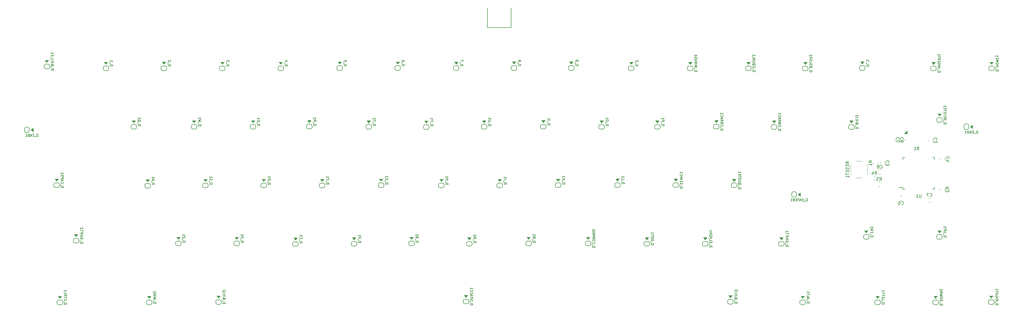
<source format=gbr>
G04 #@! TF.GenerationSoftware,KiCad,Pcbnew,(5.0.2)-1*
G04 #@! TF.CreationDate,2019-10-15T21:32:32+05:30*
G04 #@! TF.ProjectId,keyboard,6b657962-6f61-4726-942e-6b696361645f,rev?*
G04 #@! TF.SameCoordinates,Original*
G04 #@! TF.FileFunction,Legend,Bot*
G04 #@! TF.FilePolarity,Positive*
%FSLAX46Y46*%
G04 Gerber Fmt 4.6, Leading zero omitted, Abs format (unit mm)*
G04 Created by KiCad (PCBNEW (5.0.2)-1) date 10/15/2019 9:32:32 PM*
%MOMM*%
%LPD*%
G01*
G04 APERTURE LIST*
%ADD10C,0.120000*%
%ADD11C,0.150000*%
%ADD12C,0.100000*%
%ADD13C,0.200000*%
G04 APERTURE END LIST*
D10*
G04 #@! TO.C,C1*
X356440000Y-75028748D02*
X356440000Y-75551252D01*
X355020000Y-75028748D02*
X355020000Y-75551252D01*
G04 #@! TO.C,C2*
X363960000Y-75671252D02*
X363960000Y-75148748D01*
X365380000Y-75671252D02*
X365380000Y-75148748D01*
G04 #@! TO.C,R1*
X347590000Y-82608748D02*
X347590000Y-83131252D01*
X346170000Y-82608748D02*
X346170000Y-83131252D01*
G04 #@! TO.C,RESET1*
X343760000Y-83280000D02*
X344210000Y-83730000D01*
X343760000Y-86680000D02*
X344210000Y-86230000D01*
X339160000Y-86680000D02*
X338710000Y-86230000D01*
X339160000Y-83280000D02*
X338710000Y-83730000D01*
X340460000Y-87730000D02*
X342460000Y-87730000D01*
X344210000Y-83730000D02*
X344210000Y-86230000D01*
X340460000Y-82230000D02*
X342460000Y-82230000D01*
X338710000Y-83730000D02*
X338710000Y-86230000D01*
G04 #@! TO.C,R2*
X367910000Y-91771252D02*
X367910000Y-91248748D01*
X369330000Y-91771252D02*
X369330000Y-91248748D01*
G04 #@! TO.C,R3*
X348261252Y-90470000D02*
X347738748Y-90470000D01*
X348261252Y-89050000D02*
X347738748Y-89050000D01*
G04 #@! TO.C,R4*
X346721252Y-88490000D02*
X346198748Y-88490000D01*
X346721252Y-87070000D02*
X346198748Y-87070000D01*
G04 #@! TO.C,C3*
X348390000Y-83131252D02*
X348390000Y-82608748D01*
X349810000Y-83131252D02*
X349810000Y-82608748D01*
D11*
G04 #@! TO.C,U1*
X355725000Y-91365000D02*
X355725000Y-90790000D01*
X366075000Y-91365000D02*
X366075000Y-90690000D01*
X366075000Y-81015000D02*
X366075000Y-81690000D01*
X355725000Y-81015000D02*
X355725000Y-81690000D01*
X355725000Y-91365000D02*
X356400000Y-91365000D01*
X355725000Y-81015000D02*
X356400000Y-81015000D01*
X366075000Y-81015000D02*
X365400000Y-81015000D01*
X366075000Y-91365000D02*
X365400000Y-91365000D01*
X355725000Y-90790000D02*
X354450000Y-90790000D01*
D10*
G04 #@! TO.C,C4*
X367960000Y-81866252D02*
X367960000Y-81343748D01*
X369380000Y-81866252D02*
X369380000Y-81343748D01*
G04 #@! TO.C,C5*
X354838748Y-93590000D02*
X355361252Y-93590000D01*
X354838748Y-95010000D02*
X355361252Y-95010000D01*
G04 #@! TO.C,C6*
X353070000Y-75551252D02*
X353070000Y-75028748D01*
X354490000Y-75551252D02*
X354490000Y-75028748D01*
G04 #@! TO.C,C7*
X364641252Y-95640000D02*
X364118748Y-95640000D01*
X364641252Y-94220000D02*
X364118748Y-94220000D01*
G04 #@! TO.C,C8*
X348471252Y-85020000D02*
X347948748Y-85020000D01*
X348471252Y-86440000D02*
X347948748Y-86440000D01*
D11*
G04 #@! TO.C,D_0*
X268200000Y-51710000D02*
G75*
G03X267700000Y-51210000I-500000J0D01*
G01*
X267700000Y-51210000D02*
X266900000Y-51210000D01*
X268200000Y-52209962D02*
X268200000Y-51710000D01*
X267700000Y-52710000D02*
G75*
G03X268200000Y-52210000I0J500000D01*
G01*
X267700000Y-52710000D02*
X266900000Y-52710000D01*
X266400000Y-52210000D02*
G75*
G03X266900000Y-52710000I500000J0D01*
G01*
X266900000Y-51210000D02*
G75*
G03X266400000Y-51710000I0J-500000D01*
G01*
X266400000Y-51710038D02*
X266400000Y-52210000D01*
D12*
G36*
X267300000Y-50710000D02*
X267900000Y-49910000D01*
X266700000Y-49910000D01*
X267300000Y-50710000D01*
G37*
X267300000Y-50710000D02*
X267900000Y-49910000D01*
X266700000Y-49910000D01*
X267300000Y-50710000D01*
D11*
G04 #@! TO.C,D_1*
X97230000Y-51710000D02*
G75*
G03X96730000Y-51210000I-500000J0D01*
G01*
X96730000Y-51210000D02*
X95930000Y-51210000D01*
X97230000Y-52209962D02*
X97230000Y-51710000D01*
X96730000Y-52710000D02*
G75*
G03X97230000Y-52210000I0J500000D01*
G01*
X96730000Y-52710000D02*
X95930000Y-52710000D01*
X95430000Y-52210000D02*
G75*
G03X95930000Y-52710000I500000J0D01*
G01*
X95930000Y-51210000D02*
G75*
G03X95430000Y-51710000I0J-500000D01*
G01*
X95430000Y-51710038D02*
X95430000Y-52210000D01*
D12*
G36*
X96330000Y-50710000D02*
X96930000Y-49910000D01*
X95730000Y-49910000D01*
X96330000Y-50710000D01*
G37*
X96330000Y-50710000D02*
X96930000Y-49910000D01*
X95730000Y-49910000D01*
X96330000Y-50710000D01*
D11*
G04 #@! TO.C,D_2*
X116080000Y-51690000D02*
G75*
G03X115580000Y-51190000I-500000J0D01*
G01*
X115580000Y-51190000D02*
X114780000Y-51190000D01*
X116080000Y-52189962D02*
X116080000Y-51690000D01*
X115580000Y-52690000D02*
G75*
G03X116080000Y-52190000I0J500000D01*
G01*
X115580000Y-52690000D02*
X114780000Y-52690000D01*
X114280000Y-52190000D02*
G75*
G03X114780000Y-52690000I500000J0D01*
G01*
X114780000Y-51190000D02*
G75*
G03X114280000Y-51690000I0J-500000D01*
G01*
X114280000Y-51690038D02*
X114280000Y-52190000D01*
D12*
G36*
X115180000Y-50690000D02*
X115780000Y-49890000D01*
X114580000Y-49890000D01*
X115180000Y-50690000D01*
G37*
X115180000Y-50690000D02*
X115780000Y-49890000D01*
X114580000Y-49890000D01*
X115180000Y-50690000D01*
G04 #@! TO.C,D_3*
G36*
X134220000Y-50720000D02*
X134820000Y-49920000D01*
X133620000Y-49920000D01*
X134220000Y-50720000D01*
G37*
X134220000Y-50720000D02*
X134820000Y-49920000D01*
X133620000Y-49920000D01*
X134220000Y-50720000D01*
D11*
X133320000Y-51720038D02*
X133320000Y-52220000D01*
X133820000Y-51220000D02*
G75*
G03X133320000Y-51720000I0J-500000D01*
G01*
X133320000Y-52220000D02*
G75*
G03X133820000Y-52720000I500000J0D01*
G01*
X134620000Y-52720000D02*
X133820000Y-52720000D01*
X134620000Y-52720000D02*
G75*
G03X135120000Y-52220000I0J500000D01*
G01*
X135120000Y-52219962D02*
X135120000Y-51720000D01*
X134620000Y-51220000D02*
X133820000Y-51220000D01*
X135120000Y-51720000D02*
G75*
G03X134620000Y-51220000I-500000J0D01*
G01*
G04 #@! TO.C,D_4*
X154130000Y-51700000D02*
G75*
G03X153630000Y-51200000I-500000J0D01*
G01*
X153630000Y-51200000D02*
X152830000Y-51200000D01*
X154130000Y-52199962D02*
X154130000Y-51700000D01*
X153630000Y-52700000D02*
G75*
G03X154130000Y-52200000I0J500000D01*
G01*
X153630000Y-52700000D02*
X152830000Y-52700000D01*
X152330000Y-52200000D02*
G75*
G03X152830000Y-52700000I500000J0D01*
G01*
X152830000Y-51200000D02*
G75*
G03X152330000Y-51700000I0J-500000D01*
G01*
X152330000Y-51700038D02*
X152330000Y-52200000D01*
D12*
G36*
X153230000Y-50700000D02*
X153830000Y-49900000D01*
X152630000Y-49900000D01*
X153230000Y-50700000D01*
G37*
X153230000Y-50700000D02*
X153830000Y-49900000D01*
X152630000Y-49900000D01*
X153230000Y-50700000D01*
G04 #@! TO.C,D_5*
G36*
X172400000Y-50640000D02*
X173000000Y-49840000D01*
X171800000Y-49840000D01*
X172400000Y-50640000D01*
G37*
X172400000Y-50640000D02*
X173000000Y-49840000D01*
X171800000Y-49840000D01*
X172400000Y-50640000D01*
D11*
X171500000Y-51640038D02*
X171500000Y-52140000D01*
X172000000Y-51140000D02*
G75*
G03X171500000Y-51640000I0J-500000D01*
G01*
X171500000Y-52140000D02*
G75*
G03X172000000Y-52640000I500000J0D01*
G01*
X172800000Y-52640000D02*
X172000000Y-52640000D01*
X172800000Y-52640000D02*
G75*
G03X173300000Y-52140000I0J500000D01*
G01*
X173300000Y-52139962D02*
X173300000Y-51640000D01*
X172800000Y-51140000D02*
X172000000Y-51140000D01*
X173300000Y-51640000D02*
G75*
G03X172800000Y-51140000I-500000J0D01*
G01*
G04 #@! TO.C,D_6*
X192170000Y-51640000D02*
G75*
G03X191670000Y-51140000I-500000J0D01*
G01*
X191670000Y-51140000D02*
X190870000Y-51140000D01*
X192170000Y-52139962D02*
X192170000Y-51640000D01*
X191670000Y-52640000D02*
G75*
G03X192170000Y-52140000I0J500000D01*
G01*
X191670000Y-52640000D02*
X190870000Y-52640000D01*
X190370000Y-52140000D02*
G75*
G03X190870000Y-52640000I500000J0D01*
G01*
X190870000Y-51140000D02*
G75*
G03X190370000Y-51640000I0J-500000D01*
G01*
X190370000Y-51640038D02*
X190370000Y-52140000D01*
D12*
G36*
X191270000Y-50640000D02*
X191870000Y-49840000D01*
X190670000Y-49840000D01*
X191270000Y-50640000D01*
G37*
X191270000Y-50640000D02*
X191870000Y-49840000D01*
X190670000Y-49840000D01*
X191270000Y-50640000D01*
G04 #@! TO.C,D_7*
G36*
X210320000Y-50660000D02*
X210920000Y-49860000D01*
X209720000Y-49860000D01*
X210320000Y-50660000D01*
G37*
X210320000Y-50660000D02*
X210920000Y-49860000D01*
X209720000Y-49860000D01*
X210320000Y-50660000D01*
D11*
X209420000Y-51660038D02*
X209420000Y-52160000D01*
X209920000Y-51160000D02*
G75*
G03X209420000Y-51660000I0J-500000D01*
G01*
X209420000Y-52160000D02*
G75*
G03X209920000Y-52660000I500000J0D01*
G01*
X210720000Y-52660000D02*
X209920000Y-52660000D01*
X210720000Y-52660000D02*
G75*
G03X211220000Y-52160000I0J500000D01*
G01*
X211220000Y-52159962D02*
X211220000Y-51660000D01*
X210720000Y-51160000D02*
X209920000Y-51160000D01*
X211220000Y-51660000D02*
G75*
G03X210720000Y-51160000I-500000J0D01*
G01*
G04 #@! TO.C,D_8*
X230030000Y-51600000D02*
G75*
G03X229530000Y-51100000I-500000J0D01*
G01*
X229530000Y-51100000D02*
X228730000Y-51100000D01*
X230030000Y-52099962D02*
X230030000Y-51600000D01*
X229530000Y-52600000D02*
G75*
G03X230030000Y-52100000I0J500000D01*
G01*
X229530000Y-52600000D02*
X228730000Y-52600000D01*
X228230000Y-52100000D02*
G75*
G03X228730000Y-52600000I500000J0D01*
G01*
X228730000Y-51100000D02*
G75*
G03X228230000Y-51600000I0J-500000D01*
G01*
X228230000Y-51600038D02*
X228230000Y-52100000D01*
D12*
G36*
X229130000Y-50600000D02*
X229730000Y-49800000D01*
X228530000Y-49800000D01*
X229130000Y-50600000D01*
G37*
X229130000Y-50600000D02*
X229730000Y-49800000D01*
X228530000Y-49800000D01*
X229130000Y-50600000D01*
G04 #@! TO.C,D_9*
G36*
X247800000Y-50600000D02*
X248400000Y-49800000D01*
X247200000Y-49800000D01*
X247800000Y-50600000D01*
G37*
X247800000Y-50600000D02*
X248400000Y-49800000D01*
X247200000Y-49800000D01*
X247800000Y-50600000D01*
D11*
X246900000Y-51600038D02*
X246900000Y-52100000D01*
X247400000Y-51100000D02*
G75*
G03X246900000Y-51600000I0J-500000D01*
G01*
X246900000Y-52100000D02*
G75*
G03X247400000Y-52600000I500000J0D01*
G01*
X248200000Y-52600000D02*
X247400000Y-52600000D01*
X248200000Y-52600000D02*
G75*
G03X248700000Y-52100000I0J500000D01*
G01*
X248700000Y-52099962D02*
X248700000Y-51600000D01*
X248200000Y-51100000D02*
X247400000Y-51100000D01*
X248700000Y-51600000D02*
G75*
G03X248200000Y-51100000I-500000J0D01*
G01*
D12*
G04 #@! TO.C,D_&lt;I1*
G36*
X338970000Y-69820000D02*
X339570000Y-69020000D01*
X338370000Y-69020000D01*
X338970000Y-69820000D01*
G37*
X338970000Y-69820000D02*
X339570000Y-69020000D01*
X338370000Y-69020000D01*
X338970000Y-69820000D01*
D11*
X338070000Y-70820038D02*
X338070000Y-71320000D01*
X338570000Y-70320000D02*
G75*
G03X338070000Y-70820000I0J-500000D01*
G01*
X338070000Y-71320000D02*
G75*
G03X338570000Y-71820000I500000J0D01*
G01*
X339370000Y-71820000D02*
X338570000Y-71820000D01*
X339370000Y-71820000D02*
G75*
G03X339870000Y-71320000I0J500000D01*
G01*
X339870000Y-71319962D02*
X339870000Y-70820000D01*
X339370000Y-70320000D02*
X338570000Y-70320000D01*
X339870000Y-70820000D02*
G75*
G03X339370000Y-70320000I-500000J0D01*
G01*
D12*
G04 #@! TO.C,D_&lt;I2*
G36*
X133000000Y-126900000D02*
X133600000Y-126100000D01*
X132400000Y-126100000D01*
X133000000Y-126900000D01*
G37*
X133000000Y-126900000D02*
X133600000Y-126100000D01*
X132400000Y-126100000D01*
X133000000Y-126900000D01*
D11*
X132100000Y-127900038D02*
X132100000Y-128400000D01*
X132600000Y-127400000D02*
G75*
G03X132100000Y-127900000I0J-500000D01*
G01*
X132100000Y-128400000D02*
G75*
G03X132600000Y-128900000I500000J0D01*
G01*
X133400000Y-128900000D02*
X132600000Y-128900000D01*
X133400000Y-128900000D02*
G75*
G03X133900000Y-128400000I0J500000D01*
G01*
X133900000Y-128399962D02*
X133900000Y-127900000D01*
X133400000Y-127400000D02*
X132600000Y-127400000D01*
X133900000Y-127900000D02*
G75*
G03X133400000Y-127400000I-500000J0D01*
G01*
D12*
G04 #@! TO.C,D_&lt;I3*
G36*
X299600000Y-126800000D02*
X300200000Y-126000000D01*
X299000000Y-126000000D01*
X299600000Y-126800000D01*
G37*
X299600000Y-126800000D02*
X300200000Y-126000000D01*
X299000000Y-126000000D01*
X299600000Y-126800000D01*
D11*
X298700000Y-127800038D02*
X298700000Y-128300000D01*
X299200000Y-127300000D02*
G75*
G03X298700000Y-127800000I0J-500000D01*
G01*
X298700000Y-128300000D02*
G75*
G03X299200000Y-128800000I500000J0D01*
G01*
X300000000Y-128800000D02*
X299200000Y-128800000D01*
X300000000Y-128800000D02*
G75*
G03X300500000Y-128300000I0J500000D01*
G01*
X300500000Y-128299962D02*
X300500000Y-127800000D01*
X300000000Y-127300000D02*
X299200000Y-127300000D01*
X300500000Y-127800000D02*
G75*
G03X300000000Y-127300000I-500000J0D01*
G01*
D12*
G04 #@! TO.C,D_&lt;I_E1*
G36*
X77100000Y-50100000D02*
X77700000Y-49300000D01*
X76500000Y-49300000D01*
X77100000Y-50100000D01*
G37*
X77100000Y-50100000D02*
X77700000Y-49300000D01*
X76500000Y-49300000D01*
X77100000Y-50100000D01*
D11*
X76200000Y-51100038D02*
X76200000Y-51600000D01*
X76700000Y-50600000D02*
G75*
G03X76200000Y-51100000I0J-500000D01*
G01*
X76200000Y-51600000D02*
G75*
G03X76700000Y-52100000I500000J0D01*
G01*
X77500000Y-52100000D02*
X76700000Y-52100000D01*
X77500000Y-52100000D02*
G75*
G03X78000000Y-51600000I0J500000D01*
G01*
X78000000Y-51599962D02*
X78000000Y-51100000D01*
X77500000Y-50600000D02*
X76700000Y-50600000D01*
X78000000Y-51100000D02*
G75*
G03X77500000Y-50600000I-500000J0D01*
G01*
G04 #@! TO.C,D_`1*
X343400000Y-51600000D02*
G75*
G03X342900000Y-51100000I-500000J0D01*
G01*
X342900000Y-51100000D02*
X342100000Y-51100000D01*
X343400000Y-52099962D02*
X343400000Y-51600000D01*
X342900000Y-52600000D02*
G75*
G03X343400000Y-52100000I0J500000D01*
G01*
X342900000Y-52600000D02*
X342100000Y-52600000D01*
X341600000Y-52100000D02*
G75*
G03X342100000Y-52600000I500000J0D01*
G01*
X342100000Y-51100000D02*
G75*
G03X341600000Y-51600000I0J-500000D01*
G01*
X341600000Y-51600038D02*
X341600000Y-52100000D01*
D12*
G36*
X342500000Y-50600000D02*
X343100000Y-49800000D01*
X341900000Y-49800000D01*
X342500000Y-50600000D01*
G37*
X342500000Y-50600000D02*
X343100000Y-49800000D01*
X341900000Y-49800000D01*
X342500000Y-50600000D01*
G04 #@! TO.C,D_A1*
G36*
X109900000Y-89000000D02*
X110500000Y-88200000D01*
X109300000Y-88200000D01*
X109900000Y-89000000D01*
G37*
X109900000Y-89000000D02*
X110500000Y-88200000D01*
X109300000Y-88200000D01*
X109900000Y-89000000D01*
D11*
X109000000Y-90000038D02*
X109000000Y-90500000D01*
X109500000Y-89500000D02*
G75*
G03X109000000Y-90000000I0J-500000D01*
G01*
X109000000Y-90500000D02*
G75*
G03X109500000Y-91000000I500000J0D01*
G01*
X110300000Y-91000000D02*
X109500000Y-91000000D01*
X110300000Y-91000000D02*
G75*
G03X110800000Y-90500000I0J500000D01*
G01*
X110800000Y-90499962D02*
X110800000Y-90000000D01*
X110300000Y-89500000D02*
X109500000Y-89500000D01*
X110800000Y-90000000D02*
G75*
G03X110300000Y-89500000I-500000J0D01*
G01*
G04 #@! TO.C,D_ALT1*
X324000000Y-128000000D02*
G75*
G03X323500000Y-127500000I-500000J0D01*
G01*
X323500000Y-127500000D02*
X322700000Y-127500000D01*
X324000000Y-128499962D02*
X324000000Y-128000000D01*
X323500000Y-129000000D02*
G75*
G03X324000000Y-128500000I0J500000D01*
G01*
X323500000Y-129000000D02*
X322700000Y-129000000D01*
X322200000Y-128500000D02*
G75*
G03X322700000Y-129000000I500000J0D01*
G01*
X322700000Y-127500000D02*
G75*
G03X322200000Y-128000000I0J-500000D01*
G01*
X322200000Y-128000038D02*
X322200000Y-128500000D01*
D12*
G36*
X323100000Y-127000000D02*
X323700000Y-126200000D01*
X322500000Y-126200000D01*
X323100000Y-127000000D01*
G37*
X323100000Y-127000000D02*
X323700000Y-126200000D01*
X322500000Y-126200000D01*
X323100000Y-127000000D01*
D11*
G04 #@! TO.C,D_B1*
X196700000Y-108800000D02*
G75*
G03X196200000Y-108300000I-500000J0D01*
G01*
X196200000Y-108300000D02*
X195400000Y-108300000D01*
X196700000Y-109299962D02*
X196700000Y-108800000D01*
X196200000Y-109800000D02*
G75*
G03X196700000Y-109300000I0J500000D01*
G01*
X196200000Y-109800000D02*
X195400000Y-109800000D01*
X194900000Y-109300000D02*
G75*
G03X195400000Y-109800000I500000J0D01*
G01*
X195400000Y-108300000D02*
G75*
G03X194900000Y-108800000I0J-500000D01*
G01*
X194900000Y-108800038D02*
X194900000Y-109300000D01*
D12*
G36*
X195800000Y-107800000D02*
X196400000Y-107000000D01*
X195200000Y-107000000D01*
X195800000Y-107800000D01*
G37*
X195800000Y-107800000D02*
X196400000Y-107000000D01*
X195200000Y-107000000D01*
X195800000Y-107800000D01*
D11*
G04 #@! TO.C,D_BSLSH1*
X324860000Y-51750000D02*
G75*
G03X324360000Y-51250000I-500000J0D01*
G01*
X324360000Y-51250000D02*
X323560000Y-51250000D01*
X324860000Y-52249962D02*
X324860000Y-51750000D01*
X324360000Y-52750000D02*
G75*
G03X324860000Y-52250000I0J500000D01*
G01*
X324360000Y-52750000D02*
X323560000Y-52750000D01*
X323060000Y-52250000D02*
G75*
G03X323560000Y-52750000I500000J0D01*
G01*
X323560000Y-51250000D02*
G75*
G03X323060000Y-51750000I0J-500000D01*
G01*
X323060000Y-51750038D02*
X323060000Y-52250000D01*
D12*
G36*
X323960000Y-50750000D02*
X324560000Y-49950000D01*
X323360000Y-49950000D01*
X323960000Y-50750000D01*
G37*
X323960000Y-50750000D02*
X324560000Y-49950000D01*
X323360000Y-49950000D01*
X323960000Y-50750000D01*
D11*
G04 #@! TO.C,D_C1*
X158900000Y-109000000D02*
G75*
G03X158400000Y-108500000I-500000J0D01*
G01*
X158400000Y-108500000D02*
X157600000Y-108500000D01*
X158900000Y-109499962D02*
X158900000Y-109000000D01*
X158400000Y-110000000D02*
G75*
G03X158900000Y-109500000I0J500000D01*
G01*
X158400000Y-110000000D02*
X157600000Y-110000000D01*
X157100000Y-109500000D02*
G75*
G03X157600000Y-110000000I500000J0D01*
G01*
X157600000Y-108500000D02*
G75*
G03X157100000Y-109000000I0J-500000D01*
G01*
X157100000Y-109000038D02*
X157100000Y-109500000D01*
D12*
G36*
X158000000Y-108000000D02*
X158600000Y-107200000D01*
X157400000Y-107200000D01*
X158000000Y-108000000D01*
G37*
X158000000Y-108000000D02*
X158600000Y-107200000D01*
X157400000Y-107200000D01*
X158000000Y-108000000D01*
D11*
G04 #@! TO.C,D_CAPS1*
X81200000Y-89800000D02*
G75*
G03X80700000Y-89300000I-500000J0D01*
G01*
X80700000Y-89300000D02*
X79900000Y-89300000D01*
X81200000Y-90299962D02*
X81200000Y-89800000D01*
X80700000Y-90800000D02*
G75*
G03X81200000Y-90300000I0J500000D01*
G01*
X80700000Y-90800000D02*
X79900000Y-90800000D01*
X79400000Y-90300000D02*
G75*
G03X79900000Y-90800000I500000J0D01*
G01*
X79900000Y-89300000D02*
G75*
G03X79400000Y-89800000I0J-500000D01*
G01*
X79400000Y-89800038D02*
X79400000Y-90300000D01*
D12*
G36*
X80300000Y-88800000D02*
X80900000Y-88000000D01*
X79700000Y-88000000D01*
X80300000Y-88800000D01*
G37*
X80300000Y-88800000D02*
X80900000Y-88000000D01*
X79700000Y-88000000D01*
X80300000Y-88800000D01*
G04 #@! TO.C,D_CBRAC1*
G36*
X295000000Y-69730000D02*
X295600000Y-68930000D01*
X294400000Y-68930000D01*
X295000000Y-69730000D01*
G37*
X295000000Y-69730000D02*
X295600000Y-68930000D01*
X294400000Y-68930000D01*
X295000000Y-69730000D01*
D11*
X294100000Y-70730038D02*
X294100000Y-71230000D01*
X294600000Y-70230000D02*
G75*
G03X294100000Y-70730000I0J-500000D01*
G01*
X294100000Y-71230000D02*
G75*
G03X294600000Y-71730000I500000J0D01*
G01*
X295400000Y-71730000D02*
X294600000Y-71730000D01*
X295400000Y-71730000D02*
G75*
G03X295900000Y-71230000I0J500000D01*
G01*
X295900000Y-71229962D02*
X295900000Y-70730000D01*
X295400000Y-70230000D02*
X294600000Y-70230000D01*
X295900000Y-70730000D02*
G75*
G03X295400000Y-70230000I-500000J0D01*
G01*
D12*
G04 #@! TO.C,D_COMMA1*
G36*
X253300000Y-107800000D02*
X253900000Y-107000000D01*
X252700000Y-107000000D01*
X253300000Y-107800000D01*
G37*
X253300000Y-107800000D02*
X253900000Y-107000000D01*
X252700000Y-107000000D01*
X253300000Y-107800000D01*
D11*
X252400000Y-108800038D02*
X252400000Y-109300000D01*
X252900000Y-108300000D02*
G75*
G03X252400000Y-108800000I0J-500000D01*
G01*
X252400000Y-109300000D02*
G75*
G03X252900000Y-109800000I500000J0D01*
G01*
X253700000Y-109800000D02*
X252900000Y-109800000D01*
X253700000Y-109800000D02*
G75*
G03X254200000Y-109300000I0J500000D01*
G01*
X254200000Y-109299962D02*
X254200000Y-108800000D01*
X253700000Y-108300000D02*
X252900000Y-108300000D01*
X254200000Y-108800000D02*
G75*
G03X253700000Y-108300000I-500000J0D01*
G01*
D12*
G04 #@! TO.C,D_CTRL1*
G36*
X81300000Y-127000000D02*
X81900000Y-126200000D01*
X80700000Y-126200000D01*
X81300000Y-127000000D01*
G37*
X81300000Y-127000000D02*
X81900000Y-126200000D01*
X80700000Y-126200000D01*
X81300000Y-127000000D01*
D11*
X80400000Y-128000038D02*
X80400000Y-128500000D01*
X80900000Y-127500000D02*
G75*
G03X80400000Y-128000000I0J-500000D01*
G01*
X80400000Y-128500000D02*
G75*
G03X80900000Y-129000000I500000J0D01*
G01*
X81700000Y-129000000D02*
X80900000Y-129000000D01*
X81700000Y-129000000D02*
G75*
G03X82200000Y-128500000I0J500000D01*
G01*
X82200000Y-128499962D02*
X82200000Y-128000000D01*
X81700000Y-127500000D02*
X80900000Y-127500000D01*
X82200000Y-128000000D02*
G75*
G03X81700000Y-127500000I-500000J0D01*
G01*
D12*
G04 #@! TO.C,D_D1*
G36*
X147700000Y-88900000D02*
X148300000Y-88100000D01*
X147100000Y-88100000D01*
X147700000Y-88900000D01*
G37*
X147700000Y-88900000D02*
X148300000Y-88100000D01*
X147100000Y-88100000D01*
X147700000Y-88900000D01*
D11*
X146800000Y-89900038D02*
X146800000Y-90400000D01*
X147300000Y-89400000D02*
G75*
G03X146800000Y-89900000I0J-500000D01*
G01*
X146800000Y-90400000D02*
G75*
G03X147300000Y-90900000I500000J0D01*
G01*
X148100000Y-90900000D02*
X147300000Y-90900000D01*
X148100000Y-90900000D02*
G75*
G03X148600000Y-90400000I0J500000D01*
G01*
X148600000Y-90399962D02*
X148600000Y-89900000D01*
X148100000Y-89400000D02*
X147300000Y-89400000D01*
X148600000Y-89900000D02*
G75*
G03X148100000Y-89400000I-500000J0D01*
G01*
G04 #@! TO.C,D_DELETE1*
X368532500Y-68545000D02*
G75*
G03X368032500Y-68045000I-500000J0D01*
G01*
X368032500Y-68045000D02*
X367232500Y-68045000D01*
X368532500Y-69044962D02*
X368532500Y-68545000D01*
X368032500Y-69545000D02*
G75*
G03X368532500Y-69045000I0J500000D01*
G01*
X368032500Y-69545000D02*
X367232500Y-69545000D01*
X366732500Y-69045000D02*
G75*
G03X367232500Y-69545000I500000J0D01*
G01*
X367232500Y-68045000D02*
G75*
G03X366732500Y-68545000I0J-500000D01*
G01*
X366732500Y-68545038D02*
X366732500Y-69045000D01*
D12*
G36*
X367632500Y-67545000D02*
X368232500Y-66745000D01*
X367032500Y-66745000D01*
X367632500Y-67545000D01*
G37*
X367632500Y-67545000D02*
X368232500Y-66745000D01*
X367032500Y-66745000D01*
X367632500Y-67545000D01*
D11*
G04 #@! TO.C,D_DOT1*
X273282500Y-108900000D02*
G75*
G03X272782500Y-108400000I-500000J0D01*
G01*
X272782500Y-108400000D02*
X271982500Y-108400000D01*
X273282500Y-109399962D02*
X273282500Y-108900000D01*
X272782500Y-109900000D02*
G75*
G03X273282500Y-109400000I0J500000D01*
G01*
X272782500Y-109900000D02*
X271982500Y-109900000D01*
X271482500Y-109400000D02*
G75*
G03X271982500Y-109900000I500000J0D01*
G01*
X271982500Y-108400000D02*
G75*
G03X271482500Y-108900000I0J-500000D01*
G01*
X271482500Y-108900038D02*
X271482500Y-109400000D01*
D12*
G36*
X272382500Y-107900000D02*
X272982500Y-107100000D01*
X271782500Y-107100000D01*
X272382500Y-107900000D01*
G37*
X272382500Y-107900000D02*
X272982500Y-107100000D01*
X271782500Y-107100000D01*
X272382500Y-107900000D01*
D11*
G04 #@! TO.C,D_DOWN1*
X367300000Y-128000000D02*
G75*
G03X366800000Y-127500000I-500000J0D01*
G01*
X366800000Y-127500000D02*
X366000000Y-127500000D01*
X367300000Y-128499962D02*
X367300000Y-128000000D01*
X366800000Y-129000000D02*
G75*
G03X367300000Y-128500000I0J500000D01*
G01*
X366800000Y-129000000D02*
X366000000Y-129000000D01*
X365500000Y-128500000D02*
G75*
G03X366000000Y-129000000I500000J0D01*
G01*
X366000000Y-127500000D02*
G75*
G03X365500000Y-128000000I0J-500000D01*
G01*
X365500000Y-128000038D02*
X365500000Y-128500000D01*
D12*
G36*
X366400000Y-127000000D02*
X367000000Y-126200000D01*
X365800000Y-126200000D01*
X366400000Y-127000000D01*
G37*
X366400000Y-127000000D02*
X367000000Y-126200000D01*
X365800000Y-126200000D01*
X366400000Y-127000000D01*
G04 #@! TO.C,D_E1*
G36*
X144200000Y-69770000D02*
X144800000Y-68970000D01*
X143600000Y-68970000D01*
X144200000Y-69770000D01*
G37*
X144200000Y-69770000D02*
X144800000Y-68970000D01*
X143600000Y-68970000D01*
X144200000Y-69770000D01*
D11*
X143300000Y-70770038D02*
X143300000Y-71270000D01*
X143800000Y-70270000D02*
G75*
G03X143300000Y-70770000I0J-500000D01*
G01*
X143300000Y-71270000D02*
G75*
G03X143800000Y-71770000I500000J0D01*
G01*
X144600000Y-71770000D02*
X143800000Y-71770000D01*
X144600000Y-71770000D02*
G75*
G03X145100000Y-71270000I0J500000D01*
G01*
X145100000Y-71269962D02*
X145100000Y-70770000D01*
X144600000Y-70270000D02*
X143800000Y-70270000D01*
X145100000Y-70770000D02*
G75*
G03X144600000Y-70270000I-500000J0D01*
G01*
D12*
G04 #@! TO.C,D_END1*
G36*
X377650000Y-71010000D02*
X378450000Y-71610000D01*
X378450000Y-70410000D01*
X377650000Y-71010000D01*
G37*
X377650000Y-71010000D02*
X378450000Y-71610000D01*
X378450000Y-70410000D01*
X377650000Y-71010000D01*
D11*
X376649962Y-70110000D02*
X376150000Y-70110000D01*
X377150000Y-70610000D02*
G75*
G03X376650000Y-70110000I-500000J0D01*
G01*
X376150000Y-70110000D02*
G75*
G03X375650000Y-70610000I0J-500000D01*
G01*
X375650000Y-71410000D02*
X375650000Y-70610000D01*
X375650000Y-71410000D02*
G75*
G03X376150000Y-71910000I500000J0D01*
G01*
X376150038Y-71910000D02*
X376650000Y-71910000D01*
X377150000Y-71410000D02*
X377150000Y-70610000D01*
X376650000Y-71910000D02*
G75*
G03X377150000Y-71410000I0J500000D01*
G01*
G04 #@! TO.C,D_ENTER1*
X320580000Y-93990000D02*
G75*
G03X321080000Y-93490000I0J500000D01*
G01*
X321080000Y-93490000D02*
X321080000Y-92690000D01*
X320080038Y-93990000D02*
X320580000Y-93990000D01*
X319580000Y-93490000D02*
G75*
G03X320080000Y-93990000I500000J0D01*
G01*
X319580000Y-93490000D02*
X319580000Y-92690000D01*
X320080000Y-92190000D02*
G75*
G03X319580000Y-92690000I0J-500000D01*
G01*
X321080000Y-92690000D02*
G75*
G03X320580000Y-92190000I-500000J0D01*
G01*
X320579962Y-92190000D02*
X320080000Y-92190000D01*
D12*
G36*
X321580000Y-93090000D02*
X322380000Y-93690000D01*
X322380000Y-92490000D01*
X321580000Y-93090000D01*
G37*
X321580000Y-93090000D02*
X322380000Y-93690000D01*
X322380000Y-92490000D01*
X321580000Y-93090000D01*
G04 #@! TO.C,D_EQUAL1*
G36*
X305470000Y-50700000D02*
X306070000Y-49900000D01*
X304870000Y-49900000D01*
X305470000Y-50700000D01*
G37*
X305470000Y-50700000D02*
X306070000Y-49900000D01*
X304870000Y-49900000D01*
X305470000Y-50700000D01*
D11*
X304570000Y-51700038D02*
X304570000Y-52200000D01*
X305070000Y-51200000D02*
G75*
G03X304570000Y-51700000I0J-500000D01*
G01*
X304570000Y-52200000D02*
G75*
G03X305070000Y-52700000I500000J0D01*
G01*
X305870000Y-52700000D02*
X305070000Y-52700000D01*
X305870000Y-52700000D02*
G75*
G03X306370000Y-52200000I0J500000D01*
G01*
X306370000Y-52199962D02*
X306370000Y-51700000D01*
X305870000Y-51200000D02*
X305070000Y-51200000D01*
X306370000Y-51700000D02*
G75*
G03X305870000Y-51200000I-500000J0D01*
G01*
D12*
G04 #@! TO.C,D_F1*
G36*
X166700000Y-88900000D02*
X167300000Y-88100000D01*
X166100000Y-88100000D01*
X166700000Y-88900000D01*
G37*
X166700000Y-88900000D02*
X167300000Y-88100000D01*
X166100000Y-88100000D01*
X166700000Y-88900000D01*
D11*
X165800000Y-89900038D02*
X165800000Y-90400000D01*
X166300000Y-89400000D02*
G75*
G03X165800000Y-89900000I0J-500000D01*
G01*
X165800000Y-90400000D02*
G75*
G03X166300000Y-90900000I500000J0D01*
G01*
X167100000Y-90900000D02*
X166300000Y-90900000D01*
X167100000Y-90900000D02*
G75*
G03X167600000Y-90400000I0J500000D01*
G01*
X167600000Y-90399962D02*
X167600000Y-89900000D01*
X167100000Y-89400000D02*
X166300000Y-89400000D01*
X167600000Y-89900000D02*
G75*
G03X167100000Y-89400000I-500000J0D01*
G01*
D12*
G04 #@! TO.C,D_FN1*
G36*
X343820000Y-105645000D02*
X344420000Y-104845000D01*
X343220000Y-104845000D01*
X343820000Y-105645000D01*
G37*
X343820000Y-105645000D02*
X344420000Y-104845000D01*
X343220000Y-104845000D01*
X343820000Y-105645000D01*
D11*
X342920000Y-106645038D02*
X342920000Y-107145000D01*
X343420000Y-106145000D02*
G75*
G03X342920000Y-106645000I0J-500000D01*
G01*
X342920000Y-107145000D02*
G75*
G03X343420000Y-107645000I500000J0D01*
G01*
X344220000Y-107645000D02*
X343420000Y-107645000D01*
X344220000Y-107645000D02*
G75*
G03X344720000Y-107145000I0J500000D01*
G01*
X344720000Y-107144962D02*
X344720000Y-106645000D01*
X344220000Y-106145000D02*
X343420000Y-106145000D01*
X344720000Y-106645000D02*
G75*
G03X344220000Y-106145000I-500000J0D01*
G01*
G04 #@! TO.C,D_G1*
X186800000Y-89800000D02*
G75*
G03X186300000Y-89300000I-500000J0D01*
G01*
X186300000Y-89300000D02*
X185500000Y-89300000D01*
X186800000Y-90299962D02*
X186800000Y-89800000D01*
X186300000Y-90800000D02*
G75*
G03X186800000Y-90300000I0J500000D01*
G01*
X186300000Y-90800000D02*
X185500000Y-90800000D01*
X185000000Y-90300000D02*
G75*
G03X185500000Y-90800000I500000J0D01*
G01*
X185500000Y-89300000D02*
G75*
G03X185000000Y-89800000I0J-500000D01*
G01*
X185000000Y-89800038D02*
X185000000Y-90300000D01*
D12*
G36*
X185900000Y-88800000D02*
X186500000Y-88000000D01*
X185300000Y-88000000D01*
X185900000Y-88800000D01*
G37*
X185900000Y-88800000D02*
X186500000Y-88000000D01*
X185300000Y-88000000D01*
X185900000Y-88800000D01*
G04 #@! TO.C,D_H1*
G36*
X205500000Y-88900000D02*
X206100000Y-88100000D01*
X204900000Y-88100000D01*
X205500000Y-88900000D01*
G37*
X205500000Y-88900000D02*
X206100000Y-88100000D01*
X204900000Y-88100000D01*
X205500000Y-88900000D01*
D11*
X204600000Y-89900038D02*
X204600000Y-90400000D01*
X205100000Y-89400000D02*
G75*
G03X204600000Y-89900000I0J-500000D01*
G01*
X204600000Y-90400000D02*
G75*
G03X205100000Y-90900000I500000J0D01*
G01*
X205900000Y-90900000D02*
X205100000Y-90900000D01*
X205900000Y-90900000D02*
G75*
G03X206400000Y-90400000I0J500000D01*
G01*
X206400000Y-90399962D02*
X206400000Y-89900000D01*
X205900000Y-89400000D02*
X205100000Y-89400000D01*
X206400000Y-89900000D02*
G75*
G03X205900000Y-89400000I-500000J0D01*
G01*
D12*
G04 #@! TO.C,D_HOME1*
G36*
X384610000Y-50720000D02*
X385210000Y-49920000D01*
X384010000Y-49920000D01*
X384610000Y-50720000D01*
G37*
X384610000Y-50720000D02*
X385210000Y-49920000D01*
X384010000Y-49920000D01*
X384610000Y-50720000D01*
D11*
X383710000Y-51720038D02*
X383710000Y-52220000D01*
X384210000Y-51220000D02*
G75*
G03X383710000Y-51720000I0J-500000D01*
G01*
X383710000Y-52220000D02*
G75*
G03X384210000Y-52720000I500000J0D01*
G01*
X385010000Y-52720000D02*
X384210000Y-52720000D01*
X385010000Y-52720000D02*
G75*
G03X385510000Y-52220000I0J500000D01*
G01*
X385510000Y-52219962D02*
X385510000Y-51720000D01*
X385010000Y-51220000D02*
X384210000Y-51220000D01*
X385510000Y-51720000D02*
G75*
G03X385010000Y-51220000I-500000J0D01*
G01*
G04 #@! TO.C,D_I1*
X239580000Y-70730000D02*
G75*
G03X239080000Y-70230000I-500000J0D01*
G01*
X239080000Y-70230000D02*
X238280000Y-70230000D01*
X239580000Y-71229962D02*
X239580000Y-70730000D01*
X239080000Y-71730000D02*
G75*
G03X239580000Y-71230000I0J500000D01*
G01*
X239080000Y-71730000D02*
X238280000Y-71730000D01*
X237780000Y-71230000D02*
G75*
G03X238280000Y-71730000I500000J0D01*
G01*
X238280000Y-70230000D02*
G75*
G03X237780000Y-70730000I0J-500000D01*
G01*
X237780000Y-70730038D02*
X237780000Y-71230000D01*
D12*
G36*
X238680000Y-69730000D02*
X239280000Y-68930000D01*
X238080000Y-68930000D01*
X238680000Y-69730000D01*
G37*
X238680000Y-69730000D02*
X239280000Y-68930000D01*
X238080000Y-68930000D01*
X238680000Y-69730000D01*
D11*
G04 #@! TO.C,D_INSERT1*
X366580000Y-51740000D02*
G75*
G03X366080000Y-51240000I-500000J0D01*
G01*
X366080000Y-51240000D02*
X365280000Y-51240000D01*
X366580000Y-52239962D02*
X366580000Y-51740000D01*
X366080000Y-52740000D02*
G75*
G03X366580000Y-52240000I0J500000D01*
G01*
X366080000Y-52740000D02*
X365280000Y-52740000D01*
X364780000Y-52240000D02*
G75*
G03X365280000Y-52740000I500000J0D01*
G01*
X365280000Y-51240000D02*
G75*
G03X364780000Y-51740000I0J-500000D01*
G01*
X364780000Y-51740038D02*
X364780000Y-52240000D01*
D12*
G36*
X365680000Y-50740000D02*
X366280000Y-49940000D01*
X365080000Y-49940000D01*
X365680000Y-50740000D01*
G37*
X365680000Y-50740000D02*
X366280000Y-49940000D01*
X365080000Y-49940000D01*
X365680000Y-50740000D01*
D11*
G04 #@! TO.C,D_J1*
X225400000Y-89900000D02*
G75*
G03X224900000Y-89400000I-500000J0D01*
G01*
X224900000Y-89400000D02*
X224100000Y-89400000D01*
X225400000Y-90399962D02*
X225400000Y-89900000D01*
X224900000Y-90900000D02*
G75*
G03X225400000Y-90400000I0J500000D01*
G01*
X224900000Y-90900000D02*
X224100000Y-90900000D01*
X223600000Y-90400000D02*
G75*
G03X224100000Y-90900000I500000J0D01*
G01*
X224100000Y-89400000D02*
G75*
G03X223600000Y-89900000I0J-500000D01*
G01*
X223600000Y-89900038D02*
X223600000Y-90400000D01*
D12*
G36*
X224500000Y-88900000D02*
X225100000Y-88100000D01*
X223900000Y-88100000D01*
X224500000Y-88900000D01*
G37*
X224500000Y-88900000D02*
X225100000Y-88100000D01*
X223900000Y-88100000D01*
X224500000Y-88900000D01*
G04 #@! TO.C,D_K1*
G36*
X243500000Y-88800000D02*
X244100000Y-88000000D01*
X242900000Y-88000000D01*
X243500000Y-88800000D01*
G37*
X243500000Y-88800000D02*
X244100000Y-88000000D01*
X242900000Y-88000000D01*
X243500000Y-88800000D01*
D11*
X242600000Y-89800038D02*
X242600000Y-90300000D01*
X243100000Y-89300000D02*
G75*
G03X242600000Y-89800000I0J-500000D01*
G01*
X242600000Y-90300000D02*
G75*
G03X243100000Y-90800000I500000J0D01*
G01*
X243900000Y-90800000D02*
X243100000Y-90800000D01*
X243900000Y-90800000D02*
G75*
G03X244400000Y-90300000I0J500000D01*
G01*
X244400000Y-90299962D02*
X244400000Y-89800000D01*
X243900000Y-89300000D02*
X243100000Y-89300000D01*
X244400000Y-89800000D02*
G75*
G03X243900000Y-89300000I-500000J0D01*
G01*
G04 #@! TO.C,D_L1*
X263760000Y-89770000D02*
G75*
G03X263260000Y-89270000I-500000J0D01*
G01*
X263260000Y-89270000D02*
X262460000Y-89270000D01*
X263760000Y-90269962D02*
X263760000Y-89770000D01*
X263260000Y-90770000D02*
G75*
G03X263760000Y-90270000I0J500000D01*
G01*
X263260000Y-90770000D02*
X262460000Y-90770000D01*
X261960000Y-90270000D02*
G75*
G03X262460000Y-90770000I500000J0D01*
G01*
X262460000Y-89270000D02*
G75*
G03X261960000Y-89770000I0J-500000D01*
G01*
X261960000Y-89770038D02*
X261960000Y-90270000D01*
D12*
G36*
X262860000Y-88770000D02*
X263460000Y-87970000D01*
X262260000Y-87970000D01*
X262860000Y-88770000D01*
G37*
X262860000Y-88770000D02*
X263460000Y-87970000D01*
X262260000Y-87970000D01*
X262860000Y-88770000D01*
G04 #@! TO.C,D_LEFT1*
G36*
X347500000Y-127000000D02*
X348100000Y-126200000D01*
X346900000Y-126200000D01*
X347500000Y-127000000D01*
G37*
X347500000Y-127000000D02*
X348100000Y-126200000D01*
X346900000Y-126200000D01*
X347500000Y-127000000D01*
D11*
X346600000Y-128000038D02*
X346600000Y-128500000D01*
X347100000Y-127500000D02*
G75*
G03X346600000Y-128000000I0J-500000D01*
G01*
X346600000Y-128500000D02*
G75*
G03X347100000Y-129000000I500000J0D01*
G01*
X347900000Y-129000000D02*
X347100000Y-129000000D01*
X347900000Y-129000000D02*
G75*
G03X348400000Y-128500000I0J500000D01*
G01*
X348400000Y-128499962D02*
X348400000Y-128000000D01*
X347900000Y-127500000D02*
X347100000Y-127500000D01*
X348400000Y-128000000D02*
G75*
G03X347900000Y-127500000I-500000J0D01*
G01*
G04 #@! TO.C,D_M1*
X234800000Y-108800000D02*
G75*
G03X234300000Y-108300000I-500000J0D01*
G01*
X234300000Y-108300000D02*
X233500000Y-108300000D01*
X234800000Y-109299962D02*
X234800000Y-108800000D01*
X234300000Y-109800000D02*
G75*
G03X234800000Y-109300000I0J500000D01*
G01*
X234300000Y-109800000D02*
X233500000Y-109800000D01*
X233000000Y-109300000D02*
G75*
G03X233500000Y-109800000I500000J0D01*
G01*
X233500000Y-108300000D02*
G75*
G03X233000000Y-108800000I0J-500000D01*
G01*
X233000000Y-108800038D02*
X233000000Y-109300000D01*
D12*
G36*
X233900000Y-107800000D02*
X234500000Y-107000000D01*
X233300000Y-107000000D01*
X233900000Y-107800000D01*
G37*
X233900000Y-107800000D02*
X234500000Y-107000000D01*
X233300000Y-107000000D01*
X233900000Y-107800000D01*
G04 #@! TO.C,D_MINUS1*
G36*
X286510000Y-50700000D02*
X287110000Y-49900000D01*
X285910000Y-49900000D01*
X286510000Y-50700000D01*
G37*
X286510000Y-50700000D02*
X287110000Y-49900000D01*
X285910000Y-49900000D01*
X286510000Y-50700000D01*
D11*
X285610000Y-51700038D02*
X285610000Y-52200000D01*
X286110000Y-51200000D02*
G75*
G03X285610000Y-51700000I0J-500000D01*
G01*
X285610000Y-52200000D02*
G75*
G03X286110000Y-52700000I500000J0D01*
G01*
X286910000Y-52700000D02*
X286110000Y-52700000D01*
X286910000Y-52700000D02*
G75*
G03X287410000Y-52200000I0J500000D01*
G01*
X287410000Y-52199962D02*
X287410000Y-51700000D01*
X286910000Y-51200000D02*
X286110000Y-51200000D01*
X287410000Y-51700000D02*
G75*
G03X286910000Y-51200000I-500000J0D01*
G01*
D12*
G04 #@! TO.C,D_N1*
G36*
X214600000Y-107900000D02*
X215200000Y-107100000D01*
X214000000Y-107100000D01*
X214600000Y-107900000D01*
G37*
X214600000Y-107900000D02*
X215200000Y-107100000D01*
X214000000Y-107100000D01*
X214600000Y-107900000D01*
D11*
X213700000Y-108900038D02*
X213700000Y-109400000D01*
X214200000Y-108400000D02*
G75*
G03X213700000Y-108900000I0J-500000D01*
G01*
X213700000Y-109400000D02*
G75*
G03X214200000Y-109900000I500000J0D01*
G01*
X215000000Y-109900000D02*
X214200000Y-109900000D01*
X215000000Y-109900000D02*
G75*
G03X215500000Y-109400000I0J500000D01*
G01*
X215500000Y-109399962D02*
X215500000Y-108900000D01*
X215000000Y-108400000D02*
X214200000Y-108400000D01*
X215500000Y-108900000D02*
G75*
G03X215000000Y-108400000I-500000J0D01*
G01*
D12*
G04 #@! TO.C,D_O1*
G36*
X257660000Y-69800000D02*
X258260000Y-69000000D01*
X257060000Y-69000000D01*
X257660000Y-69800000D01*
G37*
X257660000Y-69800000D02*
X258260000Y-69000000D01*
X257060000Y-69000000D01*
X257660000Y-69800000D01*
D11*
X256760000Y-70800038D02*
X256760000Y-71300000D01*
X257260000Y-70300000D02*
G75*
G03X256760000Y-70800000I0J-500000D01*
G01*
X256760000Y-71300000D02*
G75*
G03X257260000Y-71800000I500000J0D01*
G01*
X258060000Y-71800000D02*
X257260000Y-71800000D01*
X258060000Y-71800000D02*
G75*
G03X258560000Y-71300000I0J500000D01*
G01*
X258560000Y-71299962D02*
X258560000Y-70800000D01*
X258060000Y-70300000D02*
X257260000Y-70300000D01*
X258560000Y-70800000D02*
G75*
G03X258060000Y-70300000I-500000J0D01*
G01*
G04 #@! TO.C,D_OBRAC1*
X314680000Y-70820000D02*
G75*
G03X314180000Y-70320000I-500000J0D01*
G01*
X314180000Y-70320000D02*
X313380000Y-70320000D01*
X314680000Y-71319962D02*
X314680000Y-70820000D01*
X314180000Y-71820000D02*
G75*
G03X314680000Y-71320000I0J500000D01*
G01*
X314180000Y-71820000D02*
X313380000Y-71820000D01*
X312880000Y-71320000D02*
G75*
G03X313380000Y-71820000I500000J0D01*
G01*
X313380000Y-70320000D02*
G75*
G03X312880000Y-70820000I0J-500000D01*
G01*
X312880000Y-70820038D02*
X312880000Y-71320000D01*
D12*
G36*
X313780000Y-69820000D02*
X314380000Y-69020000D01*
X313180000Y-69020000D01*
X313780000Y-69820000D01*
G37*
X313780000Y-69820000D02*
X314380000Y-69020000D01*
X313180000Y-69020000D01*
X313780000Y-69820000D01*
D11*
G04 #@! TO.C,D_P1*
X276710000Y-70800000D02*
G75*
G03X276210000Y-70300000I-500000J0D01*
G01*
X276210000Y-70300000D02*
X275410000Y-70300000D01*
X276710000Y-71299962D02*
X276710000Y-70800000D01*
X276210000Y-71800000D02*
G75*
G03X276710000Y-71300000I0J500000D01*
G01*
X276210000Y-71800000D02*
X275410000Y-71800000D01*
X274910000Y-71300000D02*
G75*
G03X275410000Y-71800000I500000J0D01*
G01*
X275410000Y-70300000D02*
G75*
G03X274910000Y-70800000I0J-500000D01*
G01*
X274910000Y-70800038D02*
X274910000Y-71300000D01*
D12*
G36*
X275810000Y-69800000D02*
X276410000Y-69000000D01*
X275210000Y-69000000D01*
X275810000Y-69800000D01*
G37*
X275810000Y-69800000D02*
X276410000Y-69000000D01*
X275210000Y-69000000D01*
X275810000Y-69800000D01*
D11*
G04 #@! TO.C,D_Q1*
X106280000Y-70780000D02*
G75*
G03X105780000Y-70280000I-500000J0D01*
G01*
X105780000Y-70280000D02*
X104980000Y-70280000D01*
X106280000Y-71279962D02*
X106280000Y-70780000D01*
X105780000Y-71780000D02*
G75*
G03X106280000Y-71280000I0J500000D01*
G01*
X105780000Y-71780000D02*
X104980000Y-71780000D01*
X104480000Y-71280000D02*
G75*
G03X104980000Y-71780000I500000J0D01*
G01*
X104980000Y-70280000D02*
G75*
G03X104480000Y-70780000I0J-500000D01*
G01*
X104480000Y-70780038D02*
X104480000Y-71280000D01*
D12*
G36*
X105380000Y-69780000D02*
X105980000Y-68980000D01*
X104780000Y-68980000D01*
X105380000Y-69780000D01*
G37*
X105380000Y-69780000D02*
X105980000Y-68980000D01*
X104780000Y-68980000D01*
X105380000Y-69780000D01*
D11*
G04 #@! TO.C,D_QUOTE1*
X301690000Y-89840000D02*
G75*
G03X301190000Y-89340000I-500000J0D01*
G01*
X301190000Y-89340000D02*
X300390000Y-89340000D01*
X301690000Y-90339962D02*
X301690000Y-89840000D01*
X301190000Y-90840000D02*
G75*
G03X301690000Y-90340000I0J500000D01*
G01*
X301190000Y-90840000D02*
X300390000Y-90840000D01*
X299890000Y-90340000D02*
G75*
G03X300390000Y-90840000I500000J0D01*
G01*
X300390000Y-89340000D02*
G75*
G03X299890000Y-89840000I0J-500000D01*
G01*
X299890000Y-89840038D02*
X299890000Y-90340000D01*
D12*
G36*
X300790000Y-88840000D02*
X301390000Y-88040000D01*
X300190000Y-88040000D01*
X300790000Y-88840000D01*
G37*
X300790000Y-88840000D02*
X301390000Y-88040000D01*
X300190000Y-88040000D01*
X300790000Y-88840000D01*
G04 #@! TO.C,D_R1*
G36*
X162510000Y-69710000D02*
X163110000Y-68910000D01*
X161910000Y-68910000D01*
X162510000Y-69710000D01*
G37*
X162510000Y-69710000D02*
X163110000Y-68910000D01*
X161910000Y-68910000D01*
X162510000Y-69710000D01*
D11*
X161610000Y-70710038D02*
X161610000Y-71210000D01*
X162110000Y-70210000D02*
G75*
G03X161610000Y-70710000I0J-500000D01*
G01*
X161610000Y-71210000D02*
G75*
G03X162110000Y-71710000I500000J0D01*
G01*
X162910000Y-71710000D02*
X162110000Y-71710000D01*
X162910000Y-71710000D02*
G75*
G03X163410000Y-71210000I0J500000D01*
G01*
X163410000Y-71209962D02*
X163410000Y-70710000D01*
X162910000Y-70210000D02*
X162110000Y-70210000D01*
X163410000Y-70710000D02*
G75*
G03X162910000Y-70210000I-500000J0D01*
G01*
D12*
G04 #@! TO.C,D_RIGHT1*
G36*
X384500000Y-126900000D02*
X385100000Y-126100000D01*
X383900000Y-126100000D01*
X384500000Y-126900000D01*
G37*
X384500000Y-126900000D02*
X385100000Y-126100000D01*
X383900000Y-126100000D01*
X384500000Y-126900000D01*
D11*
X383600000Y-127900038D02*
X383600000Y-128400000D01*
X384100000Y-127400000D02*
G75*
G03X383600000Y-127900000I0J-500000D01*
G01*
X383600000Y-128400000D02*
G75*
G03X384100000Y-128900000I500000J0D01*
G01*
X384900000Y-128900000D02*
X384100000Y-128900000D01*
X384900000Y-128900000D02*
G75*
G03X385400000Y-128400000I0J500000D01*
G01*
X385400000Y-128399962D02*
X385400000Y-127900000D01*
X384900000Y-127400000D02*
X384100000Y-127400000D01*
X385400000Y-127900000D02*
G75*
G03X384900000Y-127400000I-500000J0D01*
G01*
G04 #@! TO.C,D_S1*
X129600000Y-89900000D02*
G75*
G03X129100000Y-89400000I-500000J0D01*
G01*
X129100000Y-89400000D02*
X128300000Y-89400000D01*
X129600000Y-90399962D02*
X129600000Y-89900000D01*
X129100000Y-90900000D02*
G75*
G03X129600000Y-90400000I0J500000D01*
G01*
X129100000Y-90900000D02*
X128300000Y-90900000D01*
X127800000Y-90400000D02*
G75*
G03X128300000Y-90900000I500000J0D01*
G01*
X128300000Y-89400000D02*
G75*
G03X127800000Y-89900000I0J-500000D01*
G01*
X127800000Y-89900038D02*
X127800000Y-90400000D01*
D12*
G36*
X128700000Y-88900000D02*
X129300000Y-88100000D01*
X128100000Y-88100000D01*
X128700000Y-88900000D01*
G37*
X128700000Y-88900000D02*
X129300000Y-88100000D01*
X128100000Y-88100000D01*
X128700000Y-88900000D01*
G04 #@! TO.C,D_SEMIC1*
G36*
X281790000Y-88770000D02*
X282390000Y-87970000D01*
X281190000Y-87970000D01*
X281790000Y-88770000D01*
G37*
X281790000Y-88770000D02*
X282390000Y-87970000D01*
X281190000Y-87970000D01*
X281790000Y-88770000D01*
D11*
X280890000Y-89770038D02*
X280890000Y-90270000D01*
X281390000Y-89270000D02*
G75*
G03X280890000Y-89770000I0J-500000D01*
G01*
X280890000Y-90270000D02*
G75*
G03X281390000Y-90770000I500000J0D01*
G01*
X282190000Y-90770000D02*
X281390000Y-90770000D01*
X282190000Y-90770000D02*
G75*
G03X282690000Y-90270000I0J500000D01*
G01*
X282690000Y-90269962D02*
X282690000Y-89770000D01*
X282190000Y-89270000D02*
X281390000Y-89270000D01*
X282690000Y-89770000D02*
G75*
G03X282190000Y-89270000I-500000J0D01*
G01*
G04 #@! TO.C,D_SHIFT1*
X317100000Y-108900000D02*
G75*
G03X316600000Y-108400000I-500000J0D01*
G01*
X316600000Y-108400000D02*
X315800000Y-108400000D01*
X317100000Y-109399962D02*
X317100000Y-108900000D01*
X316600000Y-109900000D02*
G75*
G03X317100000Y-109400000I0J500000D01*
G01*
X316600000Y-109900000D02*
X315800000Y-109900000D01*
X315300000Y-109400000D02*
G75*
G03X315800000Y-109900000I500000J0D01*
G01*
X315800000Y-108400000D02*
G75*
G03X315300000Y-108900000I0J-500000D01*
G01*
X315300000Y-108900038D02*
X315300000Y-109400000D01*
D12*
G36*
X316200000Y-107900000D02*
X316800000Y-107100000D01*
X315600000Y-107100000D01*
X316200000Y-107900000D01*
G37*
X316200000Y-107900000D02*
X316800000Y-107100000D01*
X315600000Y-107100000D01*
X316200000Y-107900000D01*
D11*
G04 #@! TO.C,D_SHIFT2*
X87500000Y-107900000D02*
G75*
G03X87000000Y-107400000I-500000J0D01*
G01*
X87000000Y-107400000D02*
X86200000Y-107400000D01*
X87500000Y-108399962D02*
X87500000Y-107900000D01*
X87000000Y-108900000D02*
G75*
G03X87500000Y-108400000I0J500000D01*
G01*
X87000000Y-108900000D02*
X86200000Y-108900000D01*
X85700000Y-108400000D02*
G75*
G03X86200000Y-108900000I500000J0D01*
G01*
X86200000Y-107400000D02*
G75*
G03X85700000Y-107900000I0J-500000D01*
G01*
X85700000Y-107900038D02*
X85700000Y-108400000D01*
D12*
G36*
X86600000Y-106900000D02*
X87200000Y-106100000D01*
X86000000Y-106100000D01*
X86600000Y-106900000D01*
G37*
X86600000Y-106900000D02*
X87200000Y-106100000D01*
X86000000Y-106100000D01*
X86600000Y-106900000D01*
G04 #@! TO.C,D_SLASH1*
G36*
X291400000Y-107900000D02*
X292000000Y-107100000D01*
X290800000Y-107100000D01*
X291400000Y-107900000D01*
G37*
X291400000Y-107900000D02*
X292000000Y-107100000D01*
X290800000Y-107100000D01*
X291400000Y-107900000D01*
D11*
X290500000Y-108900038D02*
X290500000Y-109400000D01*
X291000000Y-108400000D02*
G75*
G03X290500000Y-108900000I0J-500000D01*
G01*
X290500000Y-109400000D02*
G75*
G03X291000000Y-109900000I500000J0D01*
G01*
X291800000Y-109900000D02*
X291000000Y-109900000D01*
X291800000Y-109900000D02*
G75*
G03X292300000Y-109400000I0J500000D01*
G01*
X292300000Y-109399962D02*
X292300000Y-108900000D01*
X291800000Y-108400000D02*
X291000000Y-108400000D01*
X292300000Y-108900000D02*
G75*
G03X291800000Y-108400000I-500000J0D01*
G01*
G04 #@! TO.C,D_SPACE1*
X214400000Y-127700000D02*
G75*
G03X213900000Y-127200000I-500000J0D01*
G01*
X213900000Y-127200000D02*
X213100000Y-127200000D01*
X214400000Y-128199962D02*
X214400000Y-127700000D01*
X213900000Y-128700000D02*
G75*
G03X214400000Y-128200000I0J500000D01*
G01*
X213900000Y-128700000D02*
X213100000Y-128700000D01*
X212600000Y-128200000D02*
G75*
G03X213100000Y-128700000I500000J0D01*
G01*
X213100000Y-127200000D02*
G75*
G03X212600000Y-127700000I0J-500000D01*
G01*
X212600000Y-127700038D02*
X212600000Y-128200000D01*
D12*
G36*
X213500000Y-126700000D02*
X214100000Y-125900000D01*
X212900000Y-125900000D01*
X213500000Y-126700000D01*
G37*
X213500000Y-126700000D02*
X214100000Y-125900000D01*
X212900000Y-125900000D01*
X213500000Y-126700000D01*
G04 #@! TO.C,D_T1*
G36*
X181860000Y-69790000D02*
X182460000Y-68990000D01*
X181260000Y-68990000D01*
X181860000Y-69790000D01*
G37*
X181860000Y-69790000D02*
X182460000Y-68990000D01*
X181260000Y-68990000D01*
X181860000Y-69790000D01*
D11*
X180960000Y-70790038D02*
X180960000Y-71290000D01*
X181460000Y-70290000D02*
G75*
G03X180960000Y-70790000I0J-500000D01*
G01*
X180960000Y-71290000D02*
G75*
G03X181460000Y-71790000I500000J0D01*
G01*
X182260000Y-71790000D02*
X181460000Y-71790000D01*
X182260000Y-71790000D02*
G75*
G03X182760000Y-71290000I0J500000D01*
G01*
X182760000Y-71289962D02*
X182760000Y-70790000D01*
X182260000Y-70290000D02*
X181460000Y-70290000D01*
X182760000Y-70790000D02*
G75*
G03X182260000Y-70290000I-500000J0D01*
G01*
D12*
G04 #@! TO.C,D_TAB1*
G36*
X71850000Y-72030000D02*
X72650000Y-72630000D01*
X72650000Y-71430000D01*
X71850000Y-72030000D01*
G37*
X71850000Y-72030000D02*
X72650000Y-72630000D01*
X72650000Y-71430000D01*
X71850000Y-72030000D01*
D11*
X70849962Y-71130000D02*
X70350000Y-71130000D01*
X71350000Y-71630000D02*
G75*
G03X70850000Y-71130000I-500000J0D01*
G01*
X70350000Y-71130000D02*
G75*
G03X69850000Y-71630000I0J-500000D01*
G01*
X69850000Y-72430000D02*
X69850000Y-71630000D01*
X69850000Y-72430000D02*
G75*
G03X70350000Y-72930000I500000J0D01*
G01*
X70350038Y-72930000D02*
X70850000Y-72930000D01*
X71350000Y-72430000D02*
X71350000Y-71630000D01*
X70850000Y-72930000D02*
G75*
G03X71350000Y-72430000I0J500000D01*
G01*
D12*
G04 #@! TO.C,D_U1*
G36*
X219440000Y-69790000D02*
X220040000Y-68990000D01*
X218840000Y-68990000D01*
X219440000Y-69790000D01*
G37*
X219440000Y-69790000D02*
X220040000Y-68990000D01*
X218840000Y-68990000D01*
X219440000Y-69790000D01*
D11*
X218540000Y-70790038D02*
X218540000Y-71290000D01*
X219040000Y-70290000D02*
G75*
G03X218540000Y-70790000I0J-500000D01*
G01*
X218540000Y-71290000D02*
G75*
G03X219040000Y-71790000I500000J0D01*
G01*
X219840000Y-71790000D02*
X219040000Y-71790000D01*
X219840000Y-71790000D02*
G75*
G03X220340000Y-71290000I0J500000D01*
G01*
X220340000Y-71289962D02*
X220340000Y-70790000D01*
X219840000Y-70290000D02*
X219040000Y-70290000D01*
X220340000Y-70790000D02*
G75*
G03X219840000Y-70290000I-500000J0D01*
G01*
G04 #@! TO.C,D_UP1*
X368532500Y-106645000D02*
G75*
G03X368032500Y-106145000I-500000J0D01*
G01*
X368032500Y-106145000D02*
X367232500Y-106145000D01*
X368532500Y-107144962D02*
X368532500Y-106645000D01*
X368032500Y-107645000D02*
G75*
G03X368532500Y-107145000I0J500000D01*
G01*
X368032500Y-107645000D02*
X367232500Y-107645000D01*
X366732500Y-107145000D02*
G75*
G03X367232500Y-107645000I500000J0D01*
G01*
X367232500Y-106145000D02*
G75*
G03X366732500Y-106645000I0J-500000D01*
G01*
X366732500Y-106645038D02*
X366732500Y-107145000D01*
D12*
G36*
X367632500Y-105645000D02*
X368232500Y-104845000D01*
X367032500Y-104845000D01*
X367632500Y-105645000D01*
G37*
X367632500Y-105645000D02*
X368232500Y-104845000D01*
X367032500Y-104845000D01*
X367632500Y-105645000D01*
G04 #@! TO.C,D_V1*
G36*
X177100000Y-107900000D02*
X177700000Y-107100000D01*
X176500000Y-107100000D01*
X177100000Y-107900000D01*
G37*
X177100000Y-107900000D02*
X177700000Y-107100000D01*
X176500000Y-107100000D01*
X177100000Y-107900000D01*
D11*
X176200000Y-108900038D02*
X176200000Y-109400000D01*
X176700000Y-108400000D02*
G75*
G03X176200000Y-108900000I0J-500000D01*
G01*
X176200000Y-109400000D02*
G75*
G03X176700000Y-109900000I500000J0D01*
G01*
X177500000Y-109900000D02*
X176700000Y-109900000D01*
X177500000Y-109900000D02*
G75*
G03X178000000Y-109400000I0J500000D01*
G01*
X178000000Y-109399962D02*
X178000000Y-108900000D01*
X177500000Y-108400000D02*
X176700000Y-108400000D01*
X178000000Y-108900000D02*
G75*
G03X177500000Y-108400000I-500000J0D01*
G01*
G04 #@! TO.C,D_W1*
X125930000Y-70770000D02*
G75*
G03X125430000Y-70270000I-500000J0D01*
G01*
X125430000Y-70270000D02*
X124630000Y-70270000D01*
X125930000Y-71269962D02*
X125930000Y-70770000D01*
X125430000Y-71770000D02*
G75*
G03X125930000Y-71270000I0J500000D01*
G01*
X125430000Y-71770000D02*
X124630000Y-71770000D01*
X124130000Y-71270000D02*
G75*
G03X124630000Y-71770000I500000J0D01*
G01*
X124630000Y-70270000D02*
G75*
G03X124130000Y-70770000I0J-500000D01*
G01*
X124130000Y-70770038D02*
X124130000Y-71270000D01*
D12*
G36*
X125030000Y-69770000D02*
X125630000Y-68970000D01*
X124430000Y-68970000D01*
X125030000Y-69770000D01*
G37*
X125030000Y-69770000D02*
X125630000Y-68970000D01*
X124430000Y-68970000D01*
X125030000Y-69770000D01*
D11*
G04 #@! TO.C,D_WIN1*
X111300000Y-128000000D02*
G75*
G03X110800000Y-127500000I-500000J0D01*
G01*
X110800000Y-127500000D02*
X110000000Y-127500000D01*
X111300000Y-128499962D02*
X111300000Y-128000000D01*
X110800000Y-129000000D02*
G75*
G03X111300000Y-128500000I0J500000D01*
G01*
X110800000Y-129000000D02*
X110000000Y-129000000D01*
X109500000Y-128500000D02*
G75*
G03X110000000Y-129000000I500000J0D01*
G01*
X110000000Y-127500000D02*
G75*
G03X109500000Y-128000000I0J-500000D01*
G01*
X109500000Y-128000038D02*
X109500000Y-128500000D01*
D12*
G36*
X110400000Y-127000000D02*
X111000000Y-126200000D01*
X109800000Y-126200000D01*
X110400000Y-127000000D01*
G37*
X110400000Y-127000000D02*
X111000000Y-126200000D01*
X109800000Y-126200000D01*
X110400000Y-127000000D01*
G04 #@! TO.C,D_X1*
G36*
X138900000Y-107800000D02*
X139500000Y-107000000D01*
X138300000Y-107000000D01*
X138900000Y-107800000D01*
G37*
X138900000Y-107800000D02*
X139500000Y-107000000D01*
X138300000Y-107000000D01*
X138900000Y-107800000D01*
D11*
X138000000Y-108800038D02*
X138000000Y-109300000D01*
X138500000Y-108300000D02*
G75*
G03X138000000Y-108800000I0J-500000D01*
G01*
X138000000Y-109300000D02*
G75*
G03X138500000Y-109800000I500000J0D01*
G01*
X139300000Y-109800000D02*
X138500000Y-109800000D01*
X139300000Y-109800000D02*
G75*
G03X139800000Y-109300000I0J500000D01*
G01*
X139800000Y-109299962D02*
X139800000Y-108800000D01*
X139300000Y-108300000D02*
X138500000Y-108300000D01*
X139800000Y-108800000D02*
G75*
G03X139300000Y-108300000I-500000J0D01*
G01*
G04 #@! TO.C,D_Y1*
X201500000Y-70850000D02*
G75*
G03X201000000Y-70350000I-500000J0D01*
G01*
X201000000Y-70350000D02*
X200200000Y-70350000D01*
X201500000Y-71349962D02*
X201500000Y-70850000D01*
X201000000Y-71850000D02*
G75*
G03X201500000Y-71350000I0J500000D01*
G01*
X201000000Y-71850000D02*
X200200000Y-71850000D01*
X199700000Y-71350000D02*
G75*
G03X200200000Y-71850000I500000J0D01*
G01*
X200200000Y-70350000D02*
G75*
G03X199700000Y-70850000I0J-500000D01*
G01*
X199700000Y-70850038D02*
X199700000Y-71350000D01*
D12*
G36*
X200600000Y-69850000D02*
X201200000Y-69050000D01*
X200000000Y-69050000D01*
X200600000Y-69850000D01*
G37*
X200600000Y-69850000D02*
X201200000Y-69050000D01*
X200000000Y-69050000D01*
X200600000Y-69850000D01*
D11*
G04 #@! TO.C,D_Z1*
X120800000Y-108800000D02*
G75*
G03X120300000Y-108300000I-500000J0D01*
G01*
X120300000Y-108300000D02*
X119500000Y-108300000D01*
X120800000Y-109299962D02*
X120800000Y-108800000D01*
X120300000Y-109800000D02*
G75*
G03X120800000Y-109300000I0J500000D01*
G01*
X120300000Y-109800000D02*
X119500000Y-109800000D01*
X119000000Y-109300000D02*
G75*
G03X119500000Y-109800000I500000J0D01*
G01*
X119500000Y-108300000D02*
G75*
G03X119000000Y-108800000I0J-500000D01*
G01*
X119000000Y-108800038D02*
X119000000Y-109300000D01*
D12*
G36*
X119900000Y-107800000D02*
X120500000Y-107000000D01*
X119300000Y-107000000D01*
X119900000Y-107800000D01*
G37*
X119900000Y-107800000D02*
X120500000Y-107000000D01*
X119300000Y-107000000D01*
X119900000Y-107800000D01*
D13*
G04 #@! TO.C,J1*
X228250000Y-38700000D02*
X228250000Y-32200000D01*
X220550000Y-38700000D02*
X220550000Y-32200000D01*
X220550000Y-38700000D02*
X228250000Y-38700000D01*
D12*
G04 #@! TO.C,X1*
G36*
X356180000Y-73300000D02*
X357180000Y-73300000D01*
X357180000Y-72300000D01*
X356180000Y-73300000D01*
G37*
X356180000Y-73300000D02*
X357180000Y-73300000D01*
X357180000Y-72300000D01*
X356180000Y-73300000D01*
G04 #@! TO.C,C1*
D11*
X354437142Y-75123333D02*
X354484761Y-75075714D01*
X354532380Y-74932857D01*
X354532380Y-74837619D01*
X354484761Y-74694761D01*
X354389523Y-74599523D01*
X354294285Y-74551904D01*
X354103809Y-74504285D01*
X353960952Y-74504285D01*
X353770476Y-74551904D01*
X353675238Y-74599523D01*
X353580000Y-74694761D01*
X353532380Y-74837619D01*
X353532380Y-74932857D01*
X353580000Y-75075714D01*
X353627619Y-75123333D01*
X354532380Y-76075714D02*
X354532380Y-75504285D01*
X354532380Y-75790000D02*
X353532380Y-75790000D01*
X353675238Y-75694761D01*
X353770476Y-75599523D01*
X353818095Y-75504285D01*
G04 #@! TO.C,C2*
X366677142Y-75243333D02*
X366724761Y-75195714D01*
X366772380Y-75052857D01*
X366772380Y-74957619D01*
X366724761Y-74814761D01*
X366629523Y-74719523D01*
X366534285Y-74671904D01*
X366343809Y-74624285D01*
X366200952Y-74624285D01*
X366010476Y-74671904D01*
X365915238Y-74719523D01*
X365820000Y-74814761D01*
X365772380Y-74957619D01*
X365772380Y-75052857D01*
X365820000Y-75195714D01*
X365867619Y-75243333D01*
X365867619Y-75624285D02*
X365820000Y-75671904D01*
X365772380Y-75767142D01*
X365772380Y-76005238D01*
X365820000Y-76100476D01*
X365867619Y-76148095D01*
X365962857Y-76195714D01*
X366058095Y-76195714D01*
X366200952Y-76148095D01*
X366772380Y-75576666D01*
X366772380Y-76195714D01*
G04 #@! TO.C,R1*
X345682380Y-82703333D02*
X345206190Y-82370000D01*
X345682380Y-82131904D02*
X344682380Y-82131904D01*
X344682380Y-82512857D01*
X344730000Y-82608095D01*
X344777619Y-82655714D01*
X344872857Y-82703333D01*
X345015714Y-82703333D01*
X345110952Y-82655714D01*
X345158571Y-82608095D01*
X345206190Y-82512857D01*
X345206190Y-82131904D01*
X345682380Y-83655714D02*
X345682380Y-83084285D01*
X345682380Y-83370000D02*
X344682380Y-83370000D01*
X344825238Y-83274761D01*
X344920476Y-83179523D01*
X344968095Y-83084285D01*
G04 #@! TO.C,RESET1*
X338162380Y-83051428D02*
X337686190Y-82718095D01*
X338162380Y-82480000D02*
X337162380Y-82480000D01*
X337162380Y-82860952D01*
X337210000Y-82956190D01*
X337257619Y-83003809D01*
X337352857Y-83051428D01*
X337495714Y-83051428D01*
X337590952Y-83003809D01*
X337638571Y-82956190D01*
X337686190Y-82860952D01*
X337686190Y-82480000D01*
X337638571Y-83480000D02*
X337638571Y-83813333D01*
X338162380Y-83956190D02*
X338162380Y-83480000D01*
X337162380Y-83480000D01*
X337162380Y-83956190D01*
X338114761Y-84337142D02*
X338162380Y-84480000D01*
X338162380Y-84718095D01*
X338114761Y-84813333D01*
X338067142Y-84860952D01*
X337971904Y-84908571D01*
X337876666Y-84908571D01*
X337781428Y-84860952D01*
X337733809Y-84813333D01*
X337686190Y-84718095D01*
X337638571Y-84527619D01*
X337590952Y-84432380D01*
X337543333Y-84384761D01*
X337448095Y-84337142D01*
X337352857Y-84337142D01*
X337257619Y-84384761D01*
X337210000Y-84432380D01*
X337162380Y-84527619D01*
X337162380Y-84765714D01*
X337210000Y-84908571D01*
X337638571Y-85337142D02*
X337638571Y-85670476D01*
X338162380Y-85813333D02*
X338162380Y-85337142D01*
X337162380Y-85337142D01*
X337162380Y-85813333D01*
X337162380Y-86099047D02*
X337162380Y-86670476D01*
X338162380Y-86384761D02*
X337162380Y-86384761D01*
X338162380Y-87527619D02*
X338162380Y-86956190D01*
X338162380Y-87241904D02*
X337162380Y-87241904D01*
X337305238Y-87146666D01*
X337400476Y-87051428D01*
X337448095Y-86956190D01*
G04 #@! TO.C,R2*
X370722380Y-91343333D02*
X370246190Y-91010000D01*
X370722380Y-90771904D02*
X369722380Y-90771904D01*
X369722380Y-91152857D01*
X369770000Y-91248095D01*
X369817619Y-91295714D01*
X369912857Y-91343333D01*
X370055714Y-91343333D01*
X370150952Y-91295714D01*
X370198571Y-91248095D01*
X370246190Y-91152857D01*
X370246190Y-90771904D01*
X369817619Y-91724285D02*
X369770000Y-91771904D01*
X369722380Y-91867142D01*
X369722380Y-92105238D01*
X369770000Y-92200476D01*
X369817619Y-92248095D01*
X369912857Y-92295714D01*
X370008095Y-92295714D01*
X370150952Y-92248095D01*
X370722380Y-91676666D01*
X370722380Y-92295714D01*
G04 #@! TO.C,R3*
X348166666Y-88562380D02*
X348500000Y-88086190D01*
X348738095Y-88562380D02*
X348738095Y-87562380D01*
X348357142Y-87562380D01*
X348261904Y-87610000D01*
X348214285Y-87657619D01*
X348166666Y-87752857D01*
X348166666Y-87895714D01*
X348214285Y-87990952D01*
X348261904Y-88038571D01*
X348357142Y-88086190D01*
X348738095Y-88086190D01*
X347833333Y-87562380D02*
X347214285Y-87562380D01*
X347547619Y-87943333D01*
X347404761Y-87943333D01*
X347309523Y-87990952D01*
X347261904Y-88038571D01*
X347214285Y-88133809D01*
X347214285Y-88371904D01*
X347261904Y-88467142D01*
X347309523Y-88514761D01*
X347404761Y-88562380D01*
X347690476Y-88562380D01*
X347785714Y-88514761D01*
X347833333Y-88467142D01*
G04 #@! TO.C,R4*
X346626666Y-86582380D02*
X346960000Y-86106190D01*
X347198095Y-86582380D02*
X347198095Y-85582380D01*
X346817142Y-85582380D01*
X346721904Y-85630000D01*
X346674285Y-85677619D01*
X346626666Y-85772857D01*
X346626666Y-85915714D01*
X346674285Y-86010952D01*
X346721904Y-86058571D01*
X346817142Y-86106190D01*
X347198095Y-86106190D01*
X345769523Y-85915714D02*
X345769523Y-86582380D01*
X346007619Y-85534761D02*
X346245714Y-86249047D01*
X345626666Y-86249047D01*
G04 #@! TO.C,C3*
X351107142Y-82703333D02*
X351154761Y-82655714D01*
X351202380Y-82512857D01*
X351202380Y-82417619D01*
X351154761Y-82274761D01*
X351059523Y-82179523D01*
X350964285Y-82131904D01*
X350773809Y-82084285D01*
X350630952Y-82084285D01*
X350440476Y-82131904D01*
X350345238Y-82179523D01*
X350250000Y-82274761D01*
X350202380Y-82417619D01*
X350202380Y-82512857D01*
X350250000Y-82655714D01*
X350297619Y-82703333D01*
X350202380Y-83036666D02*
X350202380Y-83655714D01*
X350583333Y-83322380D01*
X350583333Y-83465238D01*
X350630952Y-83560476D01*
X350678571Y-83608095D01*
X350773809Y-83655714D01*
X351011904Y-83655714D01*
X351107142Y-83608095D01*
X351154761Y-83560476D01*
X351202380Y-83465238D01*
X351202380Y-83179523D01*
X351154761Y-83084285D01*
X351107142Y-83036666D01*
G04 #@! TO.C,U1*
X361661904Y-93092380D02*
X361661904Y-93901904D01*
X361614285Y-93997142D01*
X361566666Y-94044761D01*
X361471428Y-94092380D01*
X361280952Y-94092380D01*
X361185714Y-94044761D01*
X361138095Y-93997142D01*
X361090476Y-93901904D01*
X361090476Y-93092380D01*
X360090476Y-94092380D02*
X360661904Y-94092380D01*
X360376190Y-94092380D02*
X360376190Y-93092380D01*
X360471428Y-93235238D01*
X360566666Y-93330476D01*
X360661904Y-93378095D01*
G04 #@! TO.C,C4*
X370677142Y-81438333D02*
X370724761Y-81390714D01*
X370772380Y-81247857D01*
X370772380Y-81152619D01*
X370724761Y-81009761D01*
X370629523Y-80914523D01*
X370534285Y-80866904D01*
X370343809Y-80819285D01*
X370200952Y-80819285D01*
X370010476Y-80866904D01*
X369915238Y-80914523D01*
X369820000Y-81009761D01*
X369772380Y-81152619D01*
X369772380Y-81247857D01*
X369820000Y-81390714D01*
X369867619Y-81438333D01*
X370105714Y-82295476D02*
X370772380Y-82295476D01*
X369724761Y-82057380D02*
X370439047Y-81819285D01*
X370439047Y-82438333D01*
G04 #@! TO.C,C5*
X355266666Y-96307142D02*
X355314285Y-96354761D01*
X355457142Y-96402380D01*
X355552380Y-96402380D01*
X355695238Y-96354761D01*
X355790476Y-96259523D01*
X355838095Y-96164285D01*
X355885714Y-95973809D01*
X355885714Y-95830952D01*
X355838095Y-95640476D01*
X355790476Y-95545238D01*
X355695238Y-95450000D01*
X355552380Y-95402380D01*
X355457142Y-95402380D01*
X355314285Y-95450000D01*
X355266666Y-95497619D01*
X354361904Y-95402380D02*
X354838095Y-95402380D01*
X354885714Y-95878571D01*
X354838095Y-95830952D01*
X354742857Y-95783333D01*
X354504761Y-95783333D01*
X354409523Y-95830952D01*
X354361904Y-95878571D01*
X354314285Y-95973809D01*
X354314285Y-96211904D01*
X354361904Y-96307142D01*
X354409523Y-96354761D01*
X354504761Y-96402380D01*
X354742857Y-96402380D01*
X354838095Y-96354761D01*
X354885714Y-96307142D01*
G04 #@! TO.C,C6*
X355787142Y-75123333D02*
X355834761Y-75075714D01*
X355882380Y-74932857D01*
X355882380Y-74837619D01*
X355834761Y-74694761D01*
X355739523Y-74599523D01*
X355644285Y-74551904D01*
X355453809Y-74504285D01*
X355310952Y-74504285D01*
X355120476Y-74551904D01*
X355025238Y-74599523D01*
X354930000Y-74694761D01*
X354882380Y-74837619D01*
X354882380Y-74932857D01*
X354930000Y-75075714D01*
X354977619Y-75123333D01*
X354882380Y-75980476D02*
X354882380Y-75790000D01*
X354930000Y-75694761D01*
X354977619Y-75647142D01*
X355120476Y-75551904D01*
X355310952Y-75504285D01*
X355691904Y-75504285D01*
X355787142Y-75551904D01*
X355834761Y-75599523D01*
X355882380Y-75694761D01*
X355882380Y-75885238D01*
X355834761Y-75980476D01*
X355787142Y-76028095D01*
X355691904Y-76075714D01*
X355453809Y-76075714D01*
X355358571Y-76028095D01*
X355310952Y-75980476D01*
X355263333Y-75885238D01*
X355263333Y-75694761D01*
X355310952Y-75599523D01*
X355358571Y-75551904D01*
X355453809Y-75504285D01*
G04 #@! TO.C,C7*
X364546666Y-93637142D02*
X364594285Y-93684761D01*
X364737142Y-93732380D01*
X364832380Y-93732380D01*
X364975238Y-93684761D01*
X365070476Y-93589523D01*
X365118095Y-93494285D01*
X365165714Y-93303809D01*
X365165714Y-93160952D01*
X365118095Y-92970476D01*
X365070476Y-92875238D01*
X364975238Y-92780000D01*
X364832380Y-92732380D01*
X364737142Y-92732380D01*
X364594285Y-92780000D01*
X364546666Y-92827619D01*
X364213333Y-92732380D02*
X363546666Y-92732380D01*
X363975238Y-93732380D01*
G04 #@! TO.C,C8*
X348376666Y-84437142D02*
X348424285Y-84484761D01*
X348567142Y-84532380D01*
X348662380Y-84532380D01*
X348805238Y-84484761D01*
X348900476Y-84389523D01*
X348948095Y-84294285D01*
X348995714Y-84103809D01*
X348995714Y-83960952D01*
X348948095Y-83770476D01*
X348900476Y-83675238D01*
X348805238Y-83580000D01*
X348662380Y-83532380D01*
X348567142Y-83532380D01*
X348424285Y-83580000D01*
X348376666Y-83627619D01*
X347805238Y-83960952D02*
X347900476Y-83913333D01*
X347948095Y-83865714D01*
X347995714Y-83770476D01*
X347995714Y-83722857D01*
X347948095Y-83627619D01*
X347900476Y-83580000D01*
X347805238Y-83532380D01*
X347614761Y-83532380D01*
X347519523Y-83580000D01*
X347471904Y-83627619D01*
X347424285Y-83722857D01*
X347424285Y-83770476D01*
X347471904Y-83865714D01*
X347519523Y-83913333D01*
X347614761Y-83960952D01*
X347805238Y-83960952D01*
X347900476Y-84008571D01*
X347948095Y-84056190D01*
X347995714Y-84151428D01*
X347995714Y-84341904D01*
X347948095Y-84437142D01*
X347900476Y-84484761D01*
X347805238Y-84532380D01*
X347614761Y-84532380D01*
X347519523Y-84484761D01*
X347471904Y-84437142D01*
X347424285Y-84341904D01*
X347424285Y-84151428D01*
X347471904Y-84056190D01*
X347519523Y-84008571D01*
X347614761Y-83960952D01*
G04 #@! TO.C,D_0*
D13*
X268738095Y-51205238D02*
X269538095Y-51205238D01*
X269538095Y-51014761D01*
X269500000Y-50900476D01*
X269423809Y-50824285D01*
X269347619Y-50786190D01*
X269195238Y-50748095D01*
X269080952Y-50748095D01*
X268928571Y-50786190D01*
X268852380Y-50824285D01*
X268776190Y-50900476D01*
X268738095Y-51014761D01*
X268738095Y-51205238D01*
X268661904Y-50595714D02*
X268661904Y-49986190D01*
X269538095Y-49643333D02*
X269538095Y-49567142D01*
X269500000Y-49490952D01*
X269461904Y-49452857D01*
X269385714Y-49414761D01*
X269233333Y-49376666D01*
X269042857Y-49376666D01*
X268890476Y-49414761D01*
X268814285Y-49452857D01*
X268776190Y-49490952D01*
X268738095Y-49567142D01*
X268738095Y-49643333D01*
X268776190Y-49719523D01*
X268814285Y-49757619D01*
X268890476Y-49795714D01*
X269042857Y-49833809D01*
X269233333Y-49833809D01*
X269385714Y-49795714D01*
X269461904Y-49757619D01*
X269500000Y-49719523D01*
X269538095Y-49643333D01*
G04 #@! TO.C,D_1*
X97768095Y-51205238D02*
X98568095Y-51205238D01*
X98568095Y-51014761D01*
X98530000Y-50900476D01*
X98453809Y-50824285D01*
X98377619Y-50786190D01*
X98225238Y-50748095D01*
X98110952Y-50748095D01*
X97958571Y-50786190D01*
X97882380Y-50824285D01*
X97806190Y-50900476D01*
X97768095Y-51014761D01*
X97768095Y-51205238D01*
X97691904Y-50595714D02*
X97691904Y-49986190D01*
X97768095Y-49376666D02*
X97768095Y-49833809D01*
X97768095Y-49605238D02*
X98568095Y-49605238D01*
X98453809Y-49681428D01*
X98377619Y-49757619D01*
X98339523Y-49833809D01*
G04 #@! TO.C,D_2*
X116618095Y-51185238D02*
X117418095Y-51185238D01*
X117418095Y-50994761D01*
X117380000Y-50880476D01*
X117303809Y-50804285D01*
X117227619Y-50766190D01*
X117075238Y-50728095D01*
X116960952Y-50728095D01*
X116808571Y-50766190D01*
X116732380Y-50804285D01*
X116656190Y-50880476D01*
X116618095Y-50994761D01*
X116618095Y-51185238D01*
X116541904Y-50575714D02*
X116541904Y-49966190D01*
X117341904Y-49813809D02*
X117380000Y-49775714D01*
X117418095Y-49699523D01*
X117418095Y-49509047D01*
X117380000Y-49432857D01*
X117341904Y-49394761D01*
X117265714Y-49356666D01*
X117189523Y-49356666D01*
X117075238Y-49394761D01*
X116618095Y-49851904D01*
X116618095Y-49356666D01*
G04 #@! TO.C,D_3*
X135658095Y-51215238D02*
X136458095Y-51215238D01*
X136458095Y-51024761D01*
X136420000Y-50910476D01*
X136343809Y-50834285D01*
X136267619Y-50796190D01*
X136115238Y-50758095D01*
X136000952Y-50758095D01*
X135848571Y-50796190D01*
X135772380Y-50834285D01*
X135696190Y-50910476D01*
X135658095Y-51024761D01*
X135658095Y-51215238D01*
X135581904Y-50605714D02*
X135581904Y-49996190D01*
X136458095Y-49881904D02*
X136458095Y-49386666D01*
X136153333Y-49653333D01*
X136153333Y-49539047D01*
X136115238Y-49462857D01*
X136077142Y-49424761D01*
X136000952Y-49386666D01*
X135810476Y-49386666D01*
X135734285Y-49424761D01*
X135696190Y-49462857D01*
X135658095Y-49539047D01*
X135658095Y-49767619D01*
X135696190Y-49843809D01*
X135734285Y-49881904D01*
G04 #@! TO.C,D_4*
X154668095Y-51195238D02*
X155468095Y-51195238D01*
X155468095Y-51004761D01*
X155430000Y-50890476D01*
X155353809Y-50814285D01*
X155277619Y-50776190D01*
X155125238Y-50738095D01*
X155010952Y-50738095D01*
X154858571Y-50776190D01*
X154782380Y-50814285D01*
X154706190Y-50890476D01*
X154668095Y-51004761D01*
X154668095Y-51195238D01*
X154591904Y-50585714D02*
X154591904Y-49976190D01*
X155201428Y-49442857D02*
X154668095Y-49442857D01*
X155506190Y-49633333D02*
X154934761Y-49823809D01*
X154934761Y-49328571D01*
G04 #@! TO.C,D_5*
X173838095Y-51135238D02*
X174638095Y-51135238D01*
X174638095Y-50944761D01*
X174600000Y-50830476D01*
X174523809Y-50754285D01*
X174447619Y-50716190D01*
X174295238Y-50678095D01*
X174180952Y-50678095D01*
X174028571Y-50716190D01*
X173952380Y-50754285D01*
X173876190Y-50830476D01*
X173838095Y-50944761D01*
X173838095Y-51135238D01*
X173761904Y-50525714D02*
X173761904Y-49916190D01*
X174638095Y-49344761D02*
X174638095Y-49725714D01*
X174257142Y-49763809D01*
X174295238Y-49725714D01*
X174333333Y-49649523D01*
X174333333Y-49459047D01*
X174295238Y-49382857D01*
X174257142Y-49344761D01*
X174180952Y-49306666D01*
X173990476Y-49306666D01*
X173914285Y-49344761D01*
X173876190Y-49382857D01*
X173838095Y-49459047D01*
X173838095Y-49649523D01*
X173876190Y-49725714D01*
X173914285Y-49763809D01*
G04 #@! TO.C,D_6*
X192708095Y-51135238D02*
X193508095Y-51135238D01*
X193508095Y-50944761D01*
X193470000Y-50830476D01*
X193393809Y-50754285D01*
X193317619Y-50716190D01*
X193165238Y-50678095D01*
X193050952Y-50678095D01*
X192898571Y-50716190D01*
X192822380Y-50754285D01*
X192746190Y-50830476D01*
X192708095Y-50944761D01*
X192708095Y-51135238D01*
X192631904Y-50525714D02*
X192631904Y-49916190D01*
X193508095Y-49382857D02*
X193508095Y-49535238D01*
X193470000Y-49611428D01*
X193431904Y-49649523D01*
X193317619Y-49725714D01*
X193165238Y-49763809D01*
X192860476Y-49763809D01*
X192784285Y-49725714D01*
X192746190Y-49687619D01*
X192708095Y-49611428D01*
X192708095Y-49459047D01*
X192746190Y-49382857D01*
X192784285Y-49344761D01*
X192860476Y-49306666D01*
X193050952Y-49306666D01*
X193127142Y-49344761D01*
X193165238Y-49382857D01*
X193203333Y-49459047D01*
X193203333Y-49611428D01*
X193165238Y-49687619D01*
X193127142Y-49725714D01*
X193050952Y-49763809D01*
G04 #@! TO.C,D_7*
X211758095Y-51155238D02*
X212558095Y-51155238D01*
X212558095Y-50964761D01*
X212520000Y-50850476D01*
X212443809Y-50774285D01*
X212367619Y-50736190D01*
X212215238Y-50698095D01*
X212100952Y-50698095D01*
X211948571Y-50736190D01*
X211872380Y-50774285D01*
X211796190Y-50850476D01*
X211758095Y-50964761D01*
X211758095Y-51155238D01*
X211681904Y-50545714D02*
X211681904Y-49936190D01*
X212558095Y-49821904D02*
X212558095Y-49288571D01*
X211758095Y-49631428D01*
G04 #@! TO.C,D_8*
X230568095Y-51095238D02*
X231368095Y-51095238D01*
X231368095Y-50904761D01*
X231330000Y-50790476D01*
X231253809Y-50714285D01*
X231177619Y-50676190D01*
X231025238Y-50638095D01*
X230910952Y-50638095D01*
X230758571Y-50676190D01*
X230682380Y-50714285D01*
X230606190Y-50790476D01*
X230568095Y-50904761D01*
X230568095Y-51095238D01*
X230491904Y-50485714D02*
X230491904Y-49876190D01*
X231025238Y-49571428D02*
X231063333Y-49647619D01*
X231101428Y-49685714D01*
X231177619Y-49723809D01*
X231215714Y-49723809D01*
X231291904Y-49685714D01*
X231330000Y-49647619D01*
X231368095Y-49571428D01*
X231368095Y-49419047D01*
X231330000Y-49342857D01*
X231291904Y-49304761D01*
X231215714Y-49266666D01*
X231177619Y-49266666D01*
X231101428Y-49304761D01*
X231063333Y-49342857D01*
X231025238Y-49419047D01*
X231025238Y-49571428D01*
X230987142Y-49647619D01*
X230949047Y-49685714D01*
X230872857Y-49723809D01*
X230720476Y-49723809D01*
X230644285Y-49685714D01*
X230606190Y-49647619D01*
X230568095Y-49571428D01*
X230568095Y-49419047D01*
X230606190Y-49342857D01*
X230644285Y-49304761D01*
X230720476Y-49266666D01*
X230872857Y-49266666D01*
X230949047Y-49304761D01*
X230987142Y-49342857D01*
X231025238Y-49419047D01*
G04 #@! TO.C,D_9*
X249238095Y-51095238D02*
X250038095Y-51095238D01*
X250038095Y-50904761D01*
X250000000Y-50790476D01*
X249923809Y-50714285D01*
X249847619Y-50676190D01*
X249695238Y-50638095D01*
X249580952Y-50638095D01*
X249428571Y-50676190D01*
X249352380Y-50714285D01*
X249276190Y-50790476D01*
X249238095Y-50904761D01*
X249238095Y-51095238D01*
X249161904Y-50485714D02*
X249161904Y-49876190D01*
X249238095Y-49647619D02*
X249238095Y-49495238D01*
X249276190Y-49419047D01*
X249314285Y-49380952D01*
X249428571Y-49304761D01*
X249580952Y-49266666D01*
X249885714Y-49266666D01*
X249961904Y-49304761D01*
X250000000Y-49342857D01*
X250038095Y-49419047D01*
X250038095Y-49571428D01*
X250000000Y-49647619D01*
X249961904Y-49685714D01*
X249885714Y-49723809D01*
X249695238Y-49723809D01*
X249619047Y-49685714D01*
X249580952Y-49647619D01*
X249542857Y-49571428D01*
X249542857Y-49419047D01*
X249580952Y-49342857D01*
X249619047Y-49304761D01*
X249695238Y-49266666D01*
G04 #@! TO.C,D_&lt;I1*
X340408095Y-71629523D02*
X341208095Y-71629523D01*
X341208095Y-71439047D01*
X341170000Y-71324761D01*
X341093809Y-71248571D01*
X341017619Y-71210476D01*
X340865238Y-71172380D01*
X340750952Y-71172380D01*
X340598571Y-71210476D01*
X340522380Y-71248571D01*
X340446190Y-71324761D01*
X340408095Y-71439047D01*
X340408095Y-71629523D01*
X340331904Y-71020000D02*
X340331904Y-70410476D01*
X340408095Y-69572380D02*
X340408095Y-69610476D01*
X340446190Y-69686666D01*
X340560476Y-69800952D01*
X340789047Y-69991428D01*
X340903333Y-70067619D01*
X341017619Y-70105714D01*
X341093809Y-70105714D01*
X341170000Y-70067619D01*
X341208095Y-69991428D01*
X341208095Y-69953333D01*
X341170000Y-69877142D01*
X341093809Y-69839047D01*
X341055714Y-69839047D01*
X340979523Y-69877142D01*
X340941428Y-69915238D01*
X340789047Y-70143809D01*
X340750952Y-70181904D01*
X340674761Y-70220000D01*
X340560476Y-70220000D01*
X340484285Y-70181904D01*
X340446190Y-70143809D01*
X340408095Y-70067619D01*
X340408095Y-69953333D01*
X340446190Y-69877142D01*
X340484285Y-69839047D01*
X340636666Y-69724761D01*
X340750952Y-69686666D01*
X340827142Y-69686666D01*
X340408095Y-69115238D02*
X340446190Y-69191428D01*
X340522380Y-69229523D01*
X341208095Y-69229523D01*
X340941428Y-68924761D02*
X340941428Y-68620000D01*
X341208095Y-68810476D02*
X340522380Y-68810476D01*
X340446190Y-68772380D01*
X340408095Y-68696190D01*
X340408095Y-68620000D01*
X340446190Y-68315238D02*
X340408095Y-68315238D01*
X340331904Y-68353333D01*
X340293809Y-68391428D01*
X340903333Y-68353333D02*
X340865238Y-68315238D01*
X340827142Y-68353333D01*
X340865238Y-68391428D01*
X340903333Y-68353333D01*
X340827142Y-68353333D01*
X340408095Y-67972380D02*
X341208095Y-67972380D01*
X340408095Y-67172380D02*
X340408095Y-67629523D01*
X340408095Y-67400952D02*
X341208095Y-67400952D01*
X341093809Y-67477142D01*
X341017619Y-67553333D01*
X340979523Y-67629523D01*
G04 #@! TO.C,D_&lt;I2*
X134438095Y-128709523D02*
X135238095Y-128709523D01*
X135238095Y-128519047D01*
X135200000Y-128404761D01*
X135123809Y-128328571D01*
X135047619Y-128290476D01*
X134895238Y-128252380D01*
X134780952Y-128252380D01*
X134628571Y-128290476D01*
X134552380Y-128328571D01*
X134476190Y-128404761D01*
X134438095Y-128519047D01*
X134438095Y-128709523D01*
X134361904Y-128100000D02*
X134361904Y-127490476D01*
X134438095Y-126652380D02*
X134438095Y-126690476D01*
X134476190Y-126766666D01*
X134590476Y-126880952D01*
X134819047Y-127071428D01*
X134933333Y-127147619D01*
X135047619Y-127185714D01*
X135123809Y-127185714D01*
X135200000Y-127147619D01*
X135238095Y-127071428D01*
X135238095Y-127033333D01*
X135200000Y-126957142D01*
X135123809Y-126919047D01*
X135085714Y-126919047D01*
X135009523Y-126957142D01*
X134971428Y-126995238D01*
X134819047Y-127223809D01*
X134780952Y-127261904D01*
X134704761Y-127300000D01*
X134590476Y-127300000D01*
X134514285Y-127261904D01*
X134476190Y-127223809D01*
X134438095Y-127147619D01*
X134438095Y-127033333D01*
X134476190Y-126957142D01*
X134514285Y-126919047D01*
X134666666Y-126804761D01*
X134780952Y-126766666D01*
X134857142Y-126766666D01*
X134438095Y-126195238D02*
X134476190Y-126271428D01*
X134552380Y-126309523D01*
X135238095Y-126309523D01*
X134971428Y-126004761D02*
X134971428Y-125700000D01*
X135238095Y-125890476D02*
X134552380Y-125890476D01*
X134476190Y-125852380D01*
X134438095Y-125776190D01*
X134438095Y-125700000D01*
X134476190Y-125395238D02*
X134438095Y-125395238D01*
X134361904Y-125433333D01*
X134323809Y-125471428D01*
X134933333Y-125433333D02*
X134895238Y-125395238D01*
X134857142Y-125433333D01*
X134895238Y-125471428D01*
X134933333Y-125433333D01*
X134857142Y-125433333D01*
X134438095Y-125052380D02*
X135238095Y-125052380D01*
X135161904Y-124709523D02*
X135200000Y-124671428D01*
X135238095Y-124595238D01*
X135238095Y-124404761D01*
X135200000Y-124328571D01*
X135161904Y-124290476D01*
X135085714Y-124252380D01*
X135009523Y-124252380D01*
X134895238Y-124290476D01*
X134438095Y-124747619D01*
X134438095Y-124252380D01*
G04 #@! TO.C,D_&lt;I3*
X301038095Y-128609523D02*
X301838095Y-128609523D01*
X301838095Y-128419047D01*
X301800000Y-128304761D01*
X301723809Y-128228571D01*
X301647619Y-128190476D01*
X301495238Y-128152380D01*
X301380952Y-128152380D01*
X301228571Y-128190476D01*
X301152380Y-128228571D01*
X301076190Y-128304761D01*
X301038095Y-128419047D01*
X301038095Y-128609523D01*
X300961904Y-128000000D02*
X300961904Y-127390476D01*
X301038095Y-126552380D02*
X301038095Y-126590476D01*
X301076190Y-126666666D01*
X301190476Y-126780952D01*
X301419047Y-126971428D01*
X301533333Y-127047619D01*
X301647619Y-127085714D01*
X301723809Y-127085714D01*
X301800000Y-127047619D01*
X301838095Y-126971428D01*
X301838095Y-126933333D01*
X301800000Y-126857142D01*
X301723809Y-126819047D01*
X301685714Y-126819047D01*
X301609523Y-126857142D01*
X301571428Y-126895238D01*
X301419047Y-127123809D01*
X301380952Y-127161904D01*
X301304761Y-127200000D01*
X301190476Y-127200000D01*
X301114285Y-127161904D01*
X301076190Y-127123809D01*
X301038095Y-127047619D01*
X301038095Y-126933333D01*
X301076190Y-126857142D01*
X301114285Y-126819047D01*
X301266666Y-126704761D01*
X301380952Y-126666666D01*
X301457142Y-126666666D01*
X301038095Y-126095238D02*
X301076190Y-126171428D01*
X301152380Y-126209523D01*
X301838095Y-126209523D01*
X301571428Y-125904761D02*
X301571428Y-125600000D01*
X301838095Y-125790476D02*
X301152380Y-125790476D01*
X301076190Y-125752380D01*
X301038095Y-125676190D01*
X301038095Y-125600000D01*
X301076190Y-125295238D02*
X301038095Y-125295238D01*
X300961904Y-125333333D01*
X300923809Y-125371428D01*
X301533333Y-125333333D02*
X301495238Y-125295238D01*
X301457142Y-125333333D01*
X301495238Y-125371428D01*
X301533333Y-125333333D01*
X301457142Y-125333333D01*
X301038095Y-124952380D02*
X301838095Y-124952380D01*
X301838095Y-124647619D02*
X301838095Y-124152380D01*
X301533333Y-124419047D01*
X301533333Y-124304761D01*
X301495238Y-124228571D01*
X301457142Y-124190476D01*
X301380952Y-124152380D01*
X301190476Y-124152380D01*
X301114285Y-124190476D01*
X301076190Y-124228571D01*
X301038095Y-124304761D01*
X301038095Y-124533333D01*
X301076190Y-124609523D01*
X301114285Y-124647619D01*
G04 #@! TO.C,D_&lt;I_E1*
X78538095Y-52576190D02*
X79338095Y-52576190D01*
X79338095Y-52385714D01*
X79300000Y-52271428D01*
X79223809Y-52195238D01*
X79147619Y-52157142D01*
X78995238Y-52119047D01*
X78880952Y-52119047D01*
X78728571Y-52157142D01*
X78652380Y-52195238D01*
X78576190Y-52271428D01*
X78538095Y-52385714D01*
X78538095Y-52576190D01*
X78461904Y-51966666D02*
X78461904Y-51357142D01*
X78538095Y-50519047D02*
X78538095Y-50557142D01*
X78576190Y-50633333D01*
X78690476Y-50747619D01*
X78919047Y-50938095D01*
X79033333Y-51014285D01*
X79147619Y-51052380D01*
X79223809Y-51052380D01*
X79300000Y-51014285D01*
X79338095Y-50938095D01*
X79338095Y-50900000D01*
X79300000Y-50823809D01*
X79223809Y-50785714D01*
X79185714Y-50785714D01*
X79109523Y-50823809D01*
X79071428Y-50861904D01*
X78919047Y-51090476D01*
X78880952Y-51128571D01*
X78804761Y-51166666D01*
X78690476Y-51166666D01*
X78614285Y-51128571D01*
X78576190Y-51090476D01*
X78538095Y-51014285D01*
X78538095Y-50900000D01*
X78576190Y-50823809D01*
X78614285Y-50785714D01*
X78766666Y-50671428D01*
X78880952Y-50633333D01*
X78957142Y-50633333D01*
X78538095Y-50061904D02*
X78576190Y-50138095D01*
X78652380Y-50176190D01*
X79338095Y-50176190D01*
X79071428Y-49871428D02*
X79071428Y-49566666D01*
X79338095Y-49757142D02*
X78652380Y-49757142D01*
X78576190Y-49719047D01*
X78538095Y-49642857D01*
X78538095Y-49566666D01*
X78576190Y-49261904D02*
X78538095Y-49261904D01*
X78461904Y-49300000D01*
X78423809Y-49338095D01*
X79033333Y-49300000D02*
X78995238Y-49261904D01*
X78957142Y-49300000D01*
X78995238Y-49338095D01*
X79033333Y-49300000D01*
X78957142Y-49300000D01*
X78538095Y-48919047D02*
X79338095Y-48919047D01*
X78461904Y-48728571D02*
X78461904Y-48119047D01*
X78957142Y-47928571D02*
X78957142Y-47661904D01*
X78538095Y-47547619D02*
X78538095Y-47928571D01*
X79338095Y-47928571D01*
X79338095Y-47547619D01*
X78538095Y-46785714D02*
X78538095Y-47242857D01*
X78538095Y-47014285D02*
X79338095Y-47014285D01*
X79223809Y-47090476D01*
X79147619Y-47166666D01*
X79109523Y-47242857D01*
G04 #@! TO.C,D_`1*
X343938095Y-51247619D02*
X344738095Y-51247619D01*
X344738095Y-51057142D01*
X344700000Y-50942857D01*
X344623809Y-50866666D01*
X344547619Y-50828571D01*
X344395238Y-50790476D01*
X344280952Y-50790476D01*
X344128571Y-50828571D01*
X344052380Y-50866666D01*
X343976190Y-50942857D01*
X343938095Y-51057142D01*
X343938095Y-51247619D01*
X343861904Y-50638095D02*
X343861904Y-50028571D01*
X344776190Y-49952380D02*
X344661904Y-49838095D01*
X343938095Y-49114285D02*
X343938095Y-49571428D01*
X343938095Y-49342857D02*
X344738095Y-49342857D01*
X344623809Y-49419047D01*
X344547619Y-49495238D01*
X344509523Y-49571428D01*
G04 #@! TO.C,D_A1*
X111338095Y-89838095D02*
X112138095Y-89838095D01*
X112138095Y-89647619D01*
X112100000Y-89533333D01*
X112023809Y-89457142D01*
X111947619Y-89419047D01*
X111795238Y-89380952D01*
X111680952Y-89380952D01*
X111528571Y-89419047D01*
X111452380Y-89457142D01*
X111376190Y-89533333D01*
X111338095Y-89647619D01*
X111338095Y-89838095D01*
X111261904Y-89228571D02*
X111261904Y-88619047D01*
X111566666Y-88466666D02*
X111566666Y-88085714D01*
X111338095Y-88542857D02*
X112138095Y-88276190D01*
X111338095Y-88009523D01*
X111338095Y-87323809D02*
X111338095Y-87780952D01*
X111338095Y-87552380D02*
X112138095Y-87552380D01*
X112023809Y-87628571D01*
X111947619Y-87704761D01*
X111909523Y-87780952D01*
G04 #@! TO.C,D_ALT1*
X324538095Y-128466666D02*
X325338095Y-128466666D01*
X325338095Y-128276190D01*
X325300000Y-128161904D01*
X325223809Y-128085714D01*
X325147619Y-128047619D01*
X324995238Y-128009523D01*
X324880952Y-128009523D01*
X324728571Y-128047619D01*
X324652380Y-128085714D01*
X324576190Y-128161904D01*
X324538095Y-128276190D01*
X324538095Y-128466666D01*
X324461904Y-127857142D02*
X324461904Y-127247619D01*
X324766666Y-127095238D02*
X324766666Y-126714285D01*
X324538095Y-127171428D02*
X325338095Y-126904761D01*
X324538095Y-126638095D01*
X324538095Y-125990476D02*
X324538095Y-126371428D01*
X325338095Y-126371428D01*
X325338095Y-125838095D02*
X325338095Y-125380952D01*
X324538095Y-125609523D02*
X325338095Y-125609523D01*
X324538095Y-124695238D02*
X324538095Y-125152380D01*
X324538095Y-124923809D02*
X325338095Y-124923809D01*
X325223809Y-125000000D01*
X325147619Y-125076190D01*
X325109523Y-125152380D01*
G04 #@! TO.C,D_B1*
X197238095Y-108695238D02*
X198038095Y-108695238D01*
X198038095Y-108504761D01*
X198000000Y-108390476D01*
X197923809Y-108314285D01*
X197847619Y-108276190D01*
X197695238Y-108238095D01*
X197580952Y-108238095D01*
X197428571Y-108276190D01*
X197352380Y-108314285D01*
X197276190Y-108390476D01*
X197238095Y-108504761D01*
X197238095Y-108695238D01*
X197161904Y-108085714D02*
X197161904Y-107476190D01*
X197657142Y-107019047D02*
X197619047Y-106904761D01*
X197580952Y-106866666D01*
X197504761Y-106828571D01*
X197390476Y-106828571D01*
X197314285Y-106866666D01*
X197276190Y-106904761D01*
X197238095Y-106980952D01*
X197238095Y-107285714D01*
X198038095Y-107285714D01*
X198038095Y-107019047D01*
X198000000Y-106942857D01*
X197961904Y-106904761D01*
X197885714Y-106866666D01*
X197809523Y-106866666D01*
X197733333Y-106904761D01*
X197695238Y-106942857D01*
X197657142Y-107019047D01*
X197657142Y-107285714D01*
X197238095Y-106066666D02*
X197238095Y-106523809D01*
X197238095Y-106295238D02*
X198038095Y-106295238D01*
X197923809Y-106371428D01*
X197847619Y-106447619D01*
X197809523Y-106523809D01*
G04 #@! TO.C,D_BSLSH1*
X325398095Y-53150000D02*
X326198095Y-53150000D01*
X326198095Y-52959523D01*
X326160000Y-52845238D01*
X326083809Y-52769047D01*
X326007619Y-52730952D01*
X325855238Y-52692857D01*
X325740952Y-52692857D01*
X325588571Y-52730952D01*
X325512380Y-52769047D01*
X325436190Y-52845238D01*
X325398095Y-52959523D01*
X325398095Y-53150000D01*
X325321904Y-52540476D02*
X325321904Y-51930952D01*
X325817142Y-51473809D02*
X325779047Y-51359523D01*
X325740952Y-51321428D01*
X325664761Y-51283333D01*
X325550476Y-51283333D01*
X325474285Y-51321428D01*
X325436190Y-51359523D01*
X325398095Y-51435714D01*
X325398095Y-51740476D01*
X326198095Y-51740476D01*
X326198095Y-51473809D01*
X326160000Y-51397619D01*
X326121904Y-51359523D01*
X326045714Y-51321428D01*
X325969523Y-51321428D01*
X325893333Y-51359523D01*
X325855238Y-51397619D01*
X325817142Y-51473809D01*
X325817142Y-51740476D01*
X325436190Y-50978571D02*
X325398095Y-50864285D01*
X325398095Y-50673809D01*
X325436190Y-50597619D01*
X325474285Y-50559523D01*
X325550476Y-50521428D01*
X325626666Y-50521428D01*
X325702857Y-50559523D01*
X325740952Y-50597619D01*
X325779047Y-50673809D01*
X325817142Y-50826190D01*
X325855238Y-50902380D01*
X325893333Y-50940476D01*
X325969523Y-50978571D01*
X326045714Y-50978571D01*
X326121904Y-50940476D01*
X326160000Y-50902380D01*
X326198095Y-50826190D01*
X326198095Y-50635714D01*
X326160000Y-50521428D01*
X325398095Y-49797619D02*
X325398095Y-50178571D01*
X326198095Y-50178571D01*
X325436190Y-49569047D02*
X325398095Y-49454761D01*
X325398095Y-49264285D01*
X325436190Y-49188095D01*
X325474285Y-49150000D01*
X325550476Y-49111904D01*
X325626666Y-49111904D01*
X325702857Y-49150000D01*
X325740952Y-49188095D01*
X325779047Y-49264285D01*
X325817142Y-49416666D01*
X325855238Y-49492857D01*
X325893333Y-49530952D01*
X325969523Y-49569047D01*
X326045714Y-49569047D01*
X326121904Y-49530952D01*
X326160000Y-49492857D01*
X326198095Y-49416666D01*
X326198095Y-49226190D01*
X326160000Y-49111904D01*
X325398095Y-48769047D02*
X326198095Y-48769047D01*
X325817142Y-48769047D02*
X325817142Y-48311904D01*
X325398095Y-48311904D02*
X326198095Y-48311904D01*
X325398095Y-47511904D02*
X325398095Y-47969047D01*
X325398095Y-47740476D02*
X326198095Y-47740476D01*
X326083809Y-47816666D01*
X326007619Y-47892857D01*
X325969523Y-47969047D01*
G04 #@! TO.C,D_C1*
X159438095Y-108895238D02*
X160238095Y-108895238D01*
X160238095Y-108704761D01*
X160200000Y-108590476D01*
X160123809Y-108514285D01*
X160047619Y-108476190D01*
X159895238Y-108438095D01*
X159780952Y-108438095D01*
X159628571Y-108476190D01*
X159552380Y-108514285D01*
X159476190Y-108590476D01*
X159438095Y-108704761D01*
X159438095Y-108895238D01*
X159361904Y-108285714D02*
X159361904Y-107676190D01*
X159514285Y-107028571D02*
X159476190Y-107066666D01*
X159438095Y-107180952D01*
X159438095Y-107257142D01*
X159476190Y-107371428D01*
X159552380Y-107447619D01*
X159628571Y-107485714D01*
X159780952Y-107523809D01*
X159895238Y-107523809D01*
X160047619Y-107485714D01*
X160123809Y-107447619D01*
X160200000Y-107371428D01*
X160238095Y-107257142D01*
X160238095Y-107180952D01*
X160200000Y-107066666D01*
X160161904Y-107028571D01*
X159438095Y-106266666D02*
X159438095Y-106723809D01*
X159438095Y-106495238D02*
X160238095Y-106495238D01*
X160123809Y-106571428D01*
X160047619Y-106647619D01*
X160009523Y-106723809D01*
G04 #@! TO.C,D_CAPS1*
X81738095Y-90819047D02*
X82538095Y-90819047D01*
X82538095Y-90628571D01*
X82500000Y-90514285D01*
X82423809Y-90438095D01*
X82347619Y-90400000D01*
X82195238Y-90361904D01*
X82080952Y-90361904D01*
X81928571Y-90400000D01*
X81852380Y-90438095D01*
X81776190Y-90514285D01*
X81738095Y-90628571D01*
X81738095Y-90819047D01*
X81661904Y-90209523D02*
X81661904Y-89600000D01*
X81814285Y-88952380D02*
X81776190Y-88990476D01*
X81738095Y-89104761D01*
X81738095Y-89180952D01*
X81776190Y-89295238D01*
X81852380Y-89371428D01*
X81928571Y-89409523D01*
X82080952Y-89447619D01*
X82195238Y-89447619D01*
X82347619Y-89409523D01*
X82423809Y-89371428D01*
X82500000Y-89295238D01*
X82538095Y-89180952D01*
X82538095Y-89104761D01*
X82500000Y-88990476D01*
X82461904Y-88952380D01*
X81966666Y-88647619D02*
X81966666Y-88266666D01*
X81738095Y-88723809D02*
X82538095Y-88457142D01*
X81738095Y-88190476D01*
X81738095Y-87923809D02*
X82538095Y-87923809D01*
X82538095Y-87619047D01*
X82500000Y-87542857D01*
X82461904Y-87504761D01*
X82385714Y-87466666D01*
X82271428Y-87466666D01*
X82195238Y-87504761D01*
X82157142Y-87542857D01*
X82119047Y-87619047D01*
X82119047Y-87923809D01*
X81776190Y-87161904D02*
X81738095Y-87047619D01*
X81738095Y-86857142D01*
X81776190Y-86780952D01*
X81814285Y-86742857D01*
X81890476Y-86704761D01*
X81966666Y-86704761D01*
X82042857Y-86742857D01*
X82080952Y-86780952D01*
X82119047Y-86857142D01*
X82157142Y-87009523D01*
X82195238Y-87085714D01*
X82233333Y-87123809D01*
X82309523Y-87161904D01*
X82385714Y-87161904D01*
X82461904Y-87123809D01*
X82500000Y-87085714D01*
X82538095Y-87009523D01*
X82538095Y-86819047D01*
X82500000Y-86704761D01*
X81738095Y-85942857D02*
X81738095Y-86400000D01*
X81738095Y-86171428D02*
X82538095Y-86171428D01*
X82423809Y-86247619D01*
X82347619Y-86323809D01*
X82309523Y-86400000D01*
G04 #@! TO.C,D_CBRAC1*
X296438095Y-72168095D02*
X297238095Y-72168095D01*
X297238095Y-71977619D01*
X297200000Y-71863333D01*
X297123809Y-71787142D01*
X297047619Y-71749047D01*
X296895238Y-71710952D01*
X296780952Y-71710952D01*
X296628571Y-71749047D01*
X296552380Y-71787142D01*
X296476190Y-71863333D01*
X296438095Y-71977619D01*
X296438095Y-72168095D01*
X296361904Y-71558571D02*
X296361904Y-70949047D01*
X296514285Y-70301428D02*
X296476190Y-70339523D01*
X296438095Y-70453809D01*
X296438095Y-70530000D01*
X296476190Y-70644285D01*
X296552380Y-70720476D01*
X296628571Y-70758571D01*
X296780952Y-70796666D01*
X296895238Y-70796666D01*
X297047619Y-70758571D01*
X297123809Y-70720476D01*
X297200000Y-70644285D01*
X297238095Y-70530000D01*
X297238095Y-70453809D01*
X297200000Y-70339523D01*
X297161904Y-70301428D01*
X296857142Y-69691904D02*
X296819047Y-69577619D01*
X296780952Y-69539523D01*
X296704761Y-69501428D01*
X296590476Y-69501428D01*
X296514285Y-69539523D01*
X296476190Y-69577619D01*
X296438095Y-69653809D01*
X296438095Y-69958571D01*
X297238095Y-69958571D01*
X297238095Y-69691904D01*
X297200000Y-69615714D01*
X297161904Y-69577619D01*
X297085714Y-69539523D01*
X297009523Y-69539523D01*
X296933333Y-69577619D01*
X296895238Y-69615714D01*
X296857142Y-69691904D01*
X296857142Y-69958571D01*
X296438095Y-68701428D02*
X296819047Y-68968095D01*
X296438095Y-69158571D02*
X297238095Y-69158571D01*
X297238095Y-68853809D01*
X297200000Y-68777619D01*
X297161904Y-68739523D01*
X297085714Y-68701428D01*
X296971428Y-68701428D01*
X296895238Y-68739523D01*
X296857142Y-68777619D01*
X296819047Y-68853809D01*
X296819047Y-69158571D01*
X296666666Y-68396666D02*
X296666666Y-68015714D01*
X296438095Y-68472857D02*
X297238095Y-68206190D01*
X296438095Y-67939523D01*
X296514285Y-67215714D02*
X296476190Y-67253809D01*
X296438095Y-67368095D01*
X296438095Y-67444285D01*
X296476190Y-67558571D01*
X296552380Y-67634761D01*
X296628571Y-67672857D01*
X296780952Y-67710952D01*
X296895238Y-67710952D01*
X297047619Y-67672857D01*
X297123809Y-67634761D01*
X297200000Y-67558571D01*
X297238095Y-67444285D01*
X297238095Y-67368095D01*
X297200000Y-67253809D01*
X297161904Y-67215714D01*
X296438095Y-66453809D02*
X296438095Y-66910952D01*
X296438095Y-66682380D02*
X297238095Y-66682380D01*
X297123809Y-66758571D01*
X297047619Y-66834761D01*
X297009523Y-66910952D01*
G04 #@! TO.C,D_COMMA1*
X254738095Y-110371428D02*
X255538095Y-110371428D01*
X255538095Y-110180952D01*
X255500000Y-110066666D01*
X255423809Y-109990476D01*
X255347619Y-109952380D01*
X255195238Y-109914285D01*
X255080952Y-109914285D01*
X254928571Y-109952380D01*
X254852380Y-109990476D01*
X254776190Y-110066666D01*
X254738095Y-110180952D01*
X254738095Y-110371428D01*
X254661904Y-109761904D02*
X254661904Y-109152380D01*
X254814285Y-108504761D02*
X254776190Y-108542857D01*
X254738095Y-108657142D01*
X254738095Y-108733333D01*
X254776190Y-108847619D01*
X254852380Y-108923809D01*
X254928571Y-108961904D01*
X255080952Y-109000000D01*
X255195238Y-109000000D01*
X255347619Y-108961904D01*
X255423809Y-108923809D01*
X255500000Y-108847619D01*
X255538095Y-108733333D01*
X255538095Y-108657142D01*
X255500000Y-108542857D01*
X255461904Y-108504761D01*
X255538095Y-108009523D02*
X255538095Y-107857142D01*
X255500000Y-107780952D01*
X255423809Y-107704761D01*
X255271428Y-107666666D01*
X255004761Y-107666666D01*
X254852380Y-107704761D01*
X254776190Y-107780952D01*
X254738095Y-107857142D01*
X254738095Y-108009523D01*
X254776190Y-108085714D01*
X254852380Y-108161904D01*
X255004761Y-108200000D01*
X255271428Y-108200000D01*
X255423809Y-108161904D01*
X255500000Y-108085714D01*
X255538095Y-108009523D01*
X254738095Y-107323809D02*
X255538095Y-107323809D01*
X254966666Y-107057142D01*
X255538095Y-106790476D01*
X254738095Y-106790476D01*
X254738095Y-106409523D02*
X255538095Y-106409523D01*
X254966666Y-106142857D01*
X255538095Y-105876190D01*
X254738095Y-105876190D01*
X254966666Y-105533333D02*
X254966666Y-105152380D01*
X254738095Y-105609523D02*
X255538095Y-105342857D01*
X254738095Y-105076190D01*
X254738095Y-104390476D02*
X254738095Y-104847619D01*
X254738095Y-104619047D02*
X255538095Y-104619047D01*
X255423809Y-104695238D01*
X255347619Y-104771428D01*
X255309523Y-104847619D01*
G04 #@! TO.C,D_CTRL1*
X82738095Y-128923809D02*
X83538095Y-128923809D01*
X83538095Y-128733333D01*
X83500000Y-128619047D01*
X83423809Y-128542857D01*
X83347619Y-128504761D01*
X83195238Y-128466666D01*
X83080952Y-128466666D01*
X82928571Y-128504761D01*
X82852380Y-128542857D01*
X82776190Y-128619047D01*
X82738095Y-128733333D01*
X82738095Y-128923809D01*
X82661904Y-128314285D02*
X82661904Y-127704761D01*
X82814285Y-127057142D02*
X82776190Y-127095238D01*
X82738095Y-127209523D01*
X82738095Y-127285714D01*
X82776190Y-127400000D01*
X82852380Y-127476190D01*
X82928571Y-127514285D01*
X83080952Y-127552380D01*
X83195238Y-127552380D01*
X83347619Y-127514285D01*
X83423809Y-127476190D01*
X83500000Y-127400000D01*
X83538095Y-127285714D01*
X83538095Y-127209523D01*
X83500000Y-127095238D01*
X83461904Y-127057142D01*
X83538095Y-126828571D02*
X83538095Y-126371428D01*
X82738095Y-126600000D02*
X83538095Y-126600000D01*
X82738095Y-125647619D02*
X83119047Y-125914285D01*
X82738095Y-126104761D02*
X83538095Y-126104761D01*
X83538095Y-125800000D01*
X83500000Y-125723809D01*
X83461904Y-125685714D01*
X83385714Y-125647619D01*
X83271428Y-125647619D01*
X83195238Y-125685714D01*
X83157142Y-125723809D01*
X83119047Y-125800000D01*
X83119047Y-126104761D01*
X82738095Y-124923809D02*
X82738095Y-125304761D01*
X83538095Y-125304761D01*
X82738095Y-124238095D02*
X82738095Y-124695238D01*
X82738095Y-124466666D02*
X83538095Y-124466666D01*
X83423809Y-124542857D01*
X83347619Y-124619047D01*
X83309523Y-124695238D01*
G04 #@! TO.C,D_D1*
X149138095Y-89795238D02*
X149938095Y-89795238D01*
X149938095Y-89604761D01*
X149900000Y-89490476D01*
X149823809Y-89414285D01*
X149747619Y-89376190D01*
X149595238Y-89338095D01*
X149480952Y-89338095D01*
X149328571Y-89376190D01*
X149252380Y-89414285D01*
X149176190Y-89490476D01*
X149138095Y-89604761D01*
X149138095Y-89795238D01*
X149061904Y-89185714D02*
X149061904Y-88576190D01*
X149138095Y-88385714D02*
X149938095Y-88385714D01*
X149938095Y-88195238D01*
X149900000Y-88080952D01*
X149823809Y-88004761D01*
X149747619Y-87966666D01*
X149595238Y-87928571D01*
X149480952Y-87928571D01*
X149328571Y-87966666D01*
X149252380Y-88004761D01*
X149176190Y-88080952D01*
X149138095Y-88195238D01*
X149138095Y-88385714D01*
X149138095Y-87166666D02*
X149138095Y-87623809D01*
X149138095Y-87395238D02*
X149938095Y-87395238D01*
X149823809Y-87471428D01*
X149747619Y-87547619D01*
X149709523Y-87623809D01*
G04 #@! TO.C,D_DELETE1*
X369070595Y-70154523D02*
X369870595Y-70154523D01*
X369870595Y-69964047D01*
X369832500Y-69849761D01*
X369756309Y-69773571D01*
X369680119Y-69735476D01*
X369527738Y-69697380D01*
X369413452Y-69697380D01*
X369261071Y-69735476D01*
X369184880Y-69773571D01*
X369108690Y-69849761D01*
X369070595Y-69964047D01*
X369070595Y-70154523D01*
X368994404Y-69545000D02*
X368994404Y-68935476D01*
X369070595Y-68745000D02*
X369870595Y-68745000D01*
X369870595Y-68554523D01*
X369832500Y-68440238D01*
X369756309Y-68364047D01*
X369680119Y-68325952D01*
X369527738Y-68287857D01*
X369413452Y-68287857D01*
X369261071Y-68325952D01*
X369184880Y-68364047D01*
X369108690Y-68440238D01*
X369070595Y-68554523D01*
X369070595Y-68745000D01*
X369489642Y-67945000D02*
X369489642Y-67678333D01*
X369070595Y-67564047D02*
X369070595Y-67945000D01*
X369870595Y-67945000D01*
X369870595Y-67564047D01*
X369070595Y-66840238D02*
X369070595Y-67221190D01*
X369870595Y-67221190D01*
X369489642Y-66573571D02*
X369489642Y-66306904D01*
X369070595Y-66192619D02*
X369070595Y-66573571D01*
X369870595Y-66573571D01*
X369870595Y-66192619D01*
X369870595Y-65964047D02*
X369870595Y-65506904D01*
X369070595Y-65735476D02*
X369870595Y-65735476D01*
X369489642Y-65240238D02*
X369489642Y-64973571D01*
X369070595Y-64859285D02*
X369070595Y-65240238D01*
X369870595Y-65240238D01*
X369870595Y-64859285D01*
X369070595Y-64097380D02*
X369070595Y-64554523D01*
X369070595Y-64325952D02*
X369870595Y-64325952D01*
X369756309Y-64402142D01*
X369680119Y-64478333D01*
X369642023Y-64554523D01*
G04 #@! TO.C,D_DOT1*
X273820595Y-109519047D02*
X274620595Y-109519047D01*
X274620595Y-109328571D01*
X274582500Y-109214285D01*
X274506309Y-109138095D01*
X274430119Y-109100000D01*
X274277738Y-109061904D01*
X274163452Y-109061904D01*
X274011071Y-109100000D01*
X273934880Y-109138095D01*
X273858690Y-109214285D01*
X273820595Y-109328571D01*
X273820595Y-109519047D01*
X273744404Y-108909523D02*
X273744404Y-108300000D01*
X273820595Y-108109523D02*
X274620595Y-108109523D01*
X274620595Y-107919047D01*
X274582500Y-107804761D01*
X274506309Y-107728571D01*
X274430119Y-107690476D01*
X274277738Y-107652380D01*
X274163452Y-107652380D01*
X274011071Y-107690476D01*
X273934880Y-107728571D01*
X273858690Y-107804761D01*
X273820595Y-107919047D01*
X273820595Y-108109523D01*
X274620595Y-107157142D02*
X274620595Y-107004761D01*
X274582500Y-106928571D01*
X274506309Y-106852380D01*
X274353928Y-106814285D01*
X274087261Y-106814285D01*
X273934880Y-106852380D01*
X273858690Y-106928571D01*
X273820595Y-107004761D01*
X273820595Y-107157142D01*
X273858690Y-107233333D01*
X273934880Y-107309523D01*
X274087261Y-107347619D01*
X274353928Y-107347619D01*
X274506309Y-107309523D01*
X274582500Y-107233333D01*
X274620595Y-107157142D01*
X274620595Y-106585714D02*
X274620595Y-106128571D01*
X273820595Y-106357142D02*
X274620595Y-106357142D01*
X273820595Y-105442857D02*
X273820595Y-105900000D01*
X273820595Y-105671428D02*
X274620595Y-105671428D01*
X274506309Y-105747619D01*
X274430119Y-105823809D01*
X274392023Y-105900000D01*
G04 #@! TO.C,D_DOWN1*
X367838095Y-129190476D02*
X368638095Y-129190476D01*
X368638095Y-129000000D01*
X368600000Y-128885714D01*
X368523809Y-128809523D01*
X368447619Y-128771428D01*
X368295238Y-128733333D01*
X368180952Y-128733333D01*
X368028571Y-128771428D01*
X367952380Y-128809523D01*
X367876190Y-128885714D01*
X367838095Y-129000000D01*
X367838095Y-129190476D01*
X367761904Y-128580952D02*
X367761904Y-127971428D01*
X367838095Y-127780952D02*
X368638095Y-127780952D01*
X368638095Y-127590476D01*
X368600000Y-127476190D01*
X368523809Y-127400000D01*
X368447619Y-127361904D01*
X368295238Y-127323809D01*
X368180952Y-127323809D01*
X368028571Y-127361904D01*
X367952380Y-127400000D01*
X367876190Y-127476190D01*
X367838095Y-127590476D01*
X367838095Y-127780952D01*
X368638095Y-126828571D02*
X368638095Y-126676190D01*
X368600000Y-126600000D01*
X368523809Y-126523809D01*
X368371428Y-126485714D01*
X368104761Y-126485714D01*
X367952380Y-126523809D01*
X367876190Y-126600000D01*
X367838095Y-126676190D01*
X367838095Y-126828571D01*
X367876190Y-126904761D01*
X367952380Y-126980952D01*
X368104761Y-127019047D01*
X368371428Y-127019047D01*
X368523809Y-126980952D01*
X368600000Y-126904761D01*
X368638095Y-126828571D01*
X368638095Y-126219047D02*
X367838095Y-126028571D01*
X368409523Y-125876190D01*
X367838095Y-125723809D01*
X368638095Y-125533333D01*
X367838095Y-125228571D02*
X368638095Y-125228571D01*
X367838095Y-124771428D01*
X368638095Y-124771428D01*
X367838095Y-123971428D02*
X367838095Y-124428571D01*
X367838095Y-124200000D02*
X368638095Y-124200000D01*
X368523809Y-124276190D01*
X368447619Y-124352380D01*
X368409523Y-124428571D01*
G04 #@! TO.C,D_E1*
X145638095Y-70627142D02*
X146438095Y-70627142D01*
X146438095Y-70436666D01*
X146400000Y-70322380D01*
X146323809Y-70246190D01*
X146247619Y-70208095D01*
X146095238Y-70170000D01*
X145980952Y-70170000D01*
X145828571Y-70208095D01*
X145752380Y-70246190D01*
X145676190Y-70322380D01*
X145638095Y-70436666D01*
X145638095Y-70627142D01*
X145561904Y-70017619D02*
X145561904Y-69408095D01*
X146057142Y-69217619D02*
X146057142Y-68950952D01*
X145638095Y-68836666D02*
X145638095Y-69217619D01*
X146438095Y-69217619D01*
X146438095Y-68836666D01*
X145638095Y-68074761D02*
X145638095Y-68531904D01*
X145638095Y-68303333D02*
X146438095Y-68303333D01*
X146323809Y-68379523D01*
X146247619Y-68455714D01*
X146209523Y-68531904D01*
G04 #@! TO.C,D_END1*
X380126190Y-73171904D02*
X380126190Y-72371904D01*
X379935714Y-72371904D01*
X379821428Y-72410000D01*
X379745238Y-72486190D01*
X379707142Y-72562380D01*
X379669047Y-72714761D01*
X379669047Y-72829047D01*
X379707142Y-72981428D01*
X379745238Y-73057619D01*
X379821428Y-73133809D01*
X379935714Y-73171904D01*
X380126190Y-73171904D01*
X379516666Y-73248095D02*
X378907142Y-73248095D01*
X378716666Y-72752857D02*
X378450000Y-72752857D01*
X378335714Y-73171904D02*
X378716666Y-73171904D01*
X378716666Y-72371904D01*
X378335714Y-72371904D01*
X377992857Y-73171904D02*
X377992857Y-72371904D01*
X377535714Y-73171904D01*
X377535714Y-72371904D01*
X377154761Y-73171904D02*
X377154761Y-72371904D01*
X376964285Y-72371904D01*
X376850000Y-72410000D01*
X376773809Y-72486190D01*
X376735714Y-72562380D01*
X376697619Y-72714761D01*
X376697619Y-72829047D01*
X376735714Y-72981428D01*
X376773809Y-73057619D01*
X376850000Y-73133809D01*
X376964285Y-73171904D01*
X377154761Y-73171904D01*
X375935714Y-73171904D02*
X376392857Y-73171904D01*
X376164285Y-73171904D02*
X376164285Y-72371904D01*
X376240476Y-72486190D01*
X376316666Y-72562380D01*
X376392857Y-72600476D01*
G04 #@! TO.C,D_ENTER1*
X324722857Y-95251904D02*
X324722857Y-94451904D01*
X324532380Y-94451904D01*
X324418095Y-94490000D01*
X324341904Y-94566190D01*
X324303809Y-94642380D01*
X324265714Y-94794761D01*
X324265714Y-94909047D01*
X324303809Y-95061428D01*
X324341904Y-95137619D01*
X324418095Y-95213809D01*
X324532380Y-95251904D01*
X324722857Y-95251904D01*
X324113333Y-95328095D02*
X323503809Y-95328095D01*
X323313333Y-94832857D02*
X323046666Y-94832857D01*
X322932380Y-95251904D02*
X323313333Y-95251904D01*
X323313333Y-94451904D01*
X322932380Y-94451904D01*
X322589523Y-95251904D02*
X322589523Y-94451904D01*
X322132380Y-95251904D01*
X322132380Y-94451904D01*
X321865714Y-94451904D02*
X321408571Y-94451904D01*
X321637142Y-95251904D02*
X321637142Y-94451904D01*
X321141904Y-94832857D02*
X320875238Y-94832857D01*
X320760952Y-95251904D02*
X321141904Y-95251904D01*
X321141904Y-94451904D01*
X320760952Y-94451904D01*
X319960952Y-95251904D02*
X320227619Y-94870952D01*
X320418095Y-95251904D02*
X320418095Y-94451904D01*
X320113333Y-94451904D01*
X320037142Y-94490000D01*
X319999047Y-94528095D01*
X319960952Y-94604285D01*
X319960952Y-94718571D01*
X319999047Y-94794761D01*
X320037142Y-94832857D01*
X320113333Y-94870952D01*
X320418095Y-94870952D01*
X319199047Y-95251904D02*
X319656190Y-95251904D01*
X319427619Y-95251904D02*
X319427619Y-94451904D01*
X319503809Y-94566190D01*
X319580000Y-94642380D01*
X319656190Y-94680476D01*
G04 #@! TO.C,D_EQUAL1*
X306908095Y-53061904D02*
X307708095Y-53061904D01*
X307708095Y-52871428D01*
X307670000Y-52757142D01*
X307593809Y-52680952D01*
X307517619Y-52642857D01*
X307365238Y-52604761D01*
X307250952Y-52604761D01*
X307098571Y-52642857D01*
X307022380Y-52680952D01*
X306946190Y-52757142D01*
X306908095Y-52871428D01*
X306908095Y-53061904D01*
X306831904Y-52452380D02*
X306831904Y-51842857D01*
X307327142Y-51652380D02*
X307327142Y-51385714D01*
X306908095Y-51271428D02*
X306908095Y-51652380D01*
X307708095Y-51652380D01*
X307708095Y-51271428D01*
X306831904Y-50395238D02*
X306870000Y-50471428D01*
X306946190Y-50547619D01*
X307060476Y-50661904D01*
X307098571Y-50738095D01*
X307098571Y-50814285D01*
X306908095Y-50776190D02*
X306946190Y-50852380D01*
X307022380Y-50928571D01*
X307174761Y-50966666D01*
X307441428Y-50966666D01*
X307593809Y-50928571D01*
X307670000Y-50852380D01*
X307708095Y-50776190D01*
X307708095Y-50623809D01*
X307670000Y-50547619D01*
X307593809Y-50471428D01*
X307441428Y-50433333D01*
X307174761Y-50433333D01*
X307022380Y-50471428D01*
X306946190Y-50547619D01*
X306908095Y-50623809D01*
X306908095Y-50776190D01*
X307708095Y-50090476D02*
X307060476Y-50090476D01*
X306984285Y-50052380D01*
X306946190Y-50014285D01*
X306908095Y-49938095D01*
X306908095Y-49785714D01*
X306946190Y-49709523D01*
X306984285Y-49671428D01*
X307060476Y-49633333D01*
X307708095Y-49633333D01*
X307136666Y-49290476D02*
X307136666Y-48909523D01*
X306908095Y-49366666D02*
X307708095Y-49100000D01*
X306908095Y-48833333D01*
X306908095Y-48185714D02*
X306908095Y-48566666D01*
X307708095Y-48566666D01*
X306908095Y-47500000D02*
X306908095Y-47957142D01*
X306908095Y-47728571D02*
X307708095Y-47728571D01*
X307593809Y-47804761D01*
X307517619Y-47880952D01*
X307479523Y-47957142D01*
G04 #@! TO.C,D_F1*
X168138095Y-89738095D02*
X168938095Y-89738095D01*
X168938095Y-89547619D01*
X168900000Y-89433333D01*
X168823809Y-89357142D01*
X168747619Y-89319047D01*
X168595238Y-89280952D01*
X168480952Y-89280952D01*
X168328571Y-89319047D01*
X168252380Y-89357142D01*
X168176190Y-89433333D01*
X168138095Y-89547619D01*
X168138095Y-89738095D01*
X168061904Y-89128571D02*
X168061904Y-88519047D01*
X168557142Y-88061904D02*
X168557142Y-88328571D01*
X168138095Y-88328571D02*
X168938095Y-88328571D01*
X168938095Y-87947619D01*
X168138095Y-87223809D02*
X168138095Y-87680952D01*
X168138095Y-87452380D02*
X168938095Y-87452380D01*
X168823809Y-87528571D01*
X168747619Y-87604761D01*
X168709523Y-87680952D01*
G04 #@! TO.C,D_FN1*
X345258095Y-106902142D02*
X346058095Y-106902142D01*
X346058095Y-106711666D01*
X346020000Y-106597380D01*
X345943809Y-106521190D01*
X345867619Y-106483095D01*
X345715238Y-106445000D01*
X345600952Y-106445000D01*
X345448571Y-106483095D01*
X345372380Y-106521190D01*
X345296190Y-106597380D01*
X345258095Y-106711666D01*
X345258095Y-106902142D01*
X345181904Y-106292619D02*
X345181904Y-105683095D01*
X345677142Y-105225952D02*
X345677142Y-105492619D01*
X345258095Y-105492619D02*
X346058095Y-105492619D01*
X346058095Y-105111666D01*
X345258095Y-104806904D02*
X346058095Y-104806904D01*
X345258095Y-104349761D01*
X346058095Y-104349761D01*
X345258095Y-103549761D02*
X345258095Y-104006904D01*
X345258095Y-103778333D02*
X346058095Y-103778333D01*
X345943809Y-103854523D01*
X345867619Y-103930714D01*
X345829523Y-104006904D01*
G04 #@! TO.C,D_G1*
X187338095Y-89695238D02*
X188138095Y-89695238D01*
X188138095Y-89504761D01*
X188100000Y-89390476D01*
X188023809Y-89314285D01*
X187947619Y-89276190D01*
X187795238Y-89238095D01*
X187680952Y-89238095D01*
X187528571Y-89276190D01*
X187452380Y-89314285D01*
X187376190Y-89390476D01*
X187338095Y-89504761D01*
X187338095Y-89695238D01*
X187261904Y-89085714D02*
X187261904Y-88476190D01*
X188100000Y-87866666D02*
X188138095Y-87942857D01*
X188138095Y-88057142D01*
X188100000Y-88171428D01*
X188023809Y-88247619D01*
X187947619Y-88285714D01*
X187795238Y-88323809D01*
X187680952Y-88323809D01*
X187528571Y-88285714D01*
X187452380Y-88247619D01*
X187376190Y-88171428D01*
X187338095Y-88057142D01*
X187338095Y-87980952D01*
X187376190Y-87866666D01*
X187414285Y-87828571D01*
X187680952Y-87828571D01*
X187680952Y-87980952D01*
X187338095Y-87066666D02*
X187338095Y-87523809D01*
X187338095Y-87295238D02*
X188138095Y-87295238D01*
X188023809Y-87371428D01*
X187947619Y-87447619D01*
X187909523Y-87523809D01*
G04 #@! TO.C,D_H1*
X206938095Y-89814285D02*
X207738095Y-89814285D01*
X207738095Y-89623809D01*
X207700000Y-89509523D01*
X207623809Y-89433333D01*
X207547619Y-89395238D01*
X207395238Y-89357142D01*
X207280952Y-89357142D01*
X207128571Y-89395238D01*
X207052380Y-89433333D01*
X206976190Y-89509523D01*
X206938095Y-89623809D01*
X206938095Y-89814285D01*
X206861904Y-89204761D02*
X206861904Y-88595238D01*
X206938095Y-88404761D02*
X207738095Y-88404761D01*
X207357142Y-88404761D02*
X207357142Y-87947619D01*
X206938095Y-87947619D02*
X207738095Y-87947619D01*
X206938095Y-87147619D02*
X206938095Y-87604761D01*
X206938095Y-87376190D02*
X207738095Y-87376190D01*
X207623809Y-87452380D01*
X207547619Y-87528571D01*
X207509523Y-87604761D01*
G04 #@! TO.C,D_HOME1*
X386048095Y-52872380D02*
X386848095Y-52872380D01*
X386848095Y-52681904D01*
X386810000Y-52567619D01*
X386733809Y-52491428D01*
X386657619Y-52453333D01*
X386505238Y-52415238D01*
X386390952Y-52415238D01*
X386238571Y-52453333D01*
X386162380Y-52491428D01*
X386086190Y-52567619D01*
X386048095Y-52681904D01*
X386048095Y-52872380D01*
X385971904Y-52262857D02*
X385971904Y-51653333D01*
X386048095Y-51462857D02*
X386848095Y-51462857D01*
X386467142Y-51462857D02*
X386467142Y-51005714D01*
X386048095Y-51005714D02*
X386848095Y-51005714D01*
X386848095Y-50472380D02*
X386848095Y-50320000D01*
X386810000Y-50243809D01*
X386733809Y-50167619D01*
X386581428Y-50129523D01*
X386314761Y-50129523D01*
X386162380Y-50167619D01*
X386086190Y-50243809D01*
X386048095Y-50320000D01*
X386048095Y-50472380D01*
X386086190Y-50548571D01*
X386162380Y-50624761D01*
X386314761Y-50662857D01*
X386581428Y-50662857D01*
X386733809Y-50624761D01*
X386810000Y-50548571D01*
X386848095Y-50472380D01*
X386048095Y-49786666D02*
X386848095Y-49786666D01*
X386276666Y-49520000D01*
X386848095Y-49253333D01*
X386048095Y-49253333D01*
X386467142Y-48872380D02*
X386467142Y-48605714D01*
X386048095Y-48491428D02*
X386048095Y-48872380D01*
X386848095Y-48872380D01*
X386848095Y-48491428D01*
X386048095Y-47729523D02*
X386048095Y-48186666D01*
X386048095Y-47958095D02*
X386848095Y-47958095D01*
X386733809Y-48034285D01*
X386657619Y-48110476D01*
X386619523Y-48186666D01*
G04 #@! TO.C,D_I1*
X240118095Y-70415714D02*
X240918095Y-70415714D01*
X240918095Y-70225238D01*
X240880000Y-70110952D01*
X240803809Y-70034761D01*
X240727619Y-69996666D01*
X240575238Y-69958571D01*
X240460952Y-69958571D01*
X240308571Y-69996666D01*
X240232380Y-70034761D01*
X240156190Y-70110952D01*
X240118095Y-70225238D01*
X240118095Y-70415714D01*
X240041904Y-69806190D02*
X240041904Y-69196666D01*
X240118095Y-69006190D02*
X240918095Y-69006190D01*
X240118095Y-68206190D02*
X240118095Y-68663333D01*
X240118095Y-68434761D02*
X240918095Y-68434761D01*
X240803809Y-68510952D01*
X240727619Y-68587142D01*
X240689523Y-68663333D01*
G04 #@! TO.C,D_INSERT1*
X367118095Y-53292380D02*
X367918095Y-53292380D01*
X367918095Y-53101904D01*
X367880000Y-52987619D01*
X367803809Y-52911428D01*
X367727619Y-52873333D01*
X367575238Y-52835238D01*
X367460952Y-52835238D01*
X367308571Y-52873333D01*
X367232380Y-52911428D01*
X367156190Y-52987619D01*
X367118095Y-53101904D01*
X367118095Y-53292380D01*
X367041904Y-52682857D02*
X367041904Y-52073333D01*
X367118095Y-51882857D02*
X367918095Y-51882857D01*
X367118095Y-51501904D02*
X367918095Y-51501904D01*
X367118095Y-51044761D01*
X367918095Y-51044761D01*
X367156190Y-50701904D02*
X367118095Y-50587619D01*
X367118095Y-50397142D01*
X367156190Y-50320952D01*
X367194285Y-50282857D01*
X367270476Y-50244761D01*
X367346666Y-50244761D01*
X367422857Y-50282857D01*
X367460952Y-50320952D01*
X367499047Y-50397142D01*
X367537142Y-50549523D01*
X367575238Y-50625714D01*
X367613333Y-50663809D01*
X367689523Y-50701904D01*
X367765714Y-50701904D01*
X367841904Y-50663809D01*
X367880000Y-50625714D01*
X367918095Y-50549523D01*
X367918095Y-50359047D01*
X367880000Y-50244761D01*
X367537142Y-49901904D02*
X367537142Y-49635238D01*
X367118095Y-49520952D02*
X367118095Y-49901904D01*
X367918095Y-49901904D01*
X367918095Y-49520952D01*
X367118095Y-48720952D02*
X367499047Y-48987619D01*
X367118095Y-49178095D02*
X367918095Y-49178095D01*
X367918095Y-48873333D01*
X367880000Y-48797142D01*
X367841904Y-48759047D01*
X367765714Y-48720952D01*
X367651428Y-48720952D01*
X367575238Y-48759047D01*
X367537142Y-48797142D01*
X367499047Y-48873333D01*
X367499047Y-49178095D01*
X367918095Y-48492380D02*
X367918095Y-48035238D01*
X367118095Y-48263809D02*
X367918095Y-48263809D01*
X367118095Y-47349523D02*
X367118095Y-47806666D01*
X367118095Y-47578095D02*
X367918095Y-47578095D01*
X367803809Y-47654285D01*
X367727619Y-47730476D01*
X367689523Y-47806666D01*
G04 #@! TO.C,D_J1*
X225938095Y-89700000D02*
X226738095Y-89700000D01*
X226738095Y-89509523D01*
X226700000Y-89395238D01*
X226623809Y-89319047D01*
X226547619Y-89280952D01*
X226395238Y-89242857D01*
X226280952Y-89242857D01*
X226128571Y-89280952D01*
X226052380Y-89319047D01*
X225976190Y-89395238D01*
X225938095Y-89509523D01*
X225938095Y-89700000D01*
X225861904Y-89090476D02*
X225861904Y-88480952D01*
X226738095Y-88061904D02*
X226166666Y-88061904D01*
X226052380Y-88100000D01*
X225976190Y-88176190D01*
X225938095Y-88290476D01*
X225938095Y-88366666D01*
X225938095Y-87261904D02*
X225938095Y-87719047D01*
X225938095Y-87490476D02*
X226738095Y-87490476D01*
X226623809Y-87566666D01*
X226547619Y-87642857D01*
X226509523Y-87719047D01*
G04 #@! TO.C,D_K1*
X244938095Y-89695238D02*
X245738095Y-89695238D01*
X245738095Y-89504761D01*
X245700000Y-89390476D01*
X245623809Y-89314285D01*
X245547619Y-89276190D01*
X245395238Y-89238095D01*
X245280952Y-89238095D01*
X245128571Y-89276190D01*
X245052380Y-89314285D01*
X244976190Y-89390476D01*
X244938095Y-89504761D01*
X244938095Y-89695238D01*
X244861904Y-89085714D02*
X244861904Y-88476190D01*
X244938095Y-88285714D02*
X245738095Y-88285714D01*
X244938095Y-87828571D02*
X245395238Y-88171428D01*
X245738095Y-87828571D02*
X245280952Y-88285714D01*
X244938095Y-87066666D02*
X244938095Y-87523809D01*
X244938095Y-87295238D02*
X245738095Y-87295238D01*
X245623809Y-87371428D01*
X245547619Y-87447619D01*
X245509523Y-87523809D01*
G04 #@! TO.C,D_L1*
X264298095Y-89589047D02*
X265098095Y-89589047D01*
X265098095Y-89398571D01*
X265060000Y-89284285D01*
X264983809Y-89208095D01*
X264907619Y-89170000D01*
X264755238Y-89131904D01*
X264640952Y-89131904D01*
X264488571Y-89170000D01*
X264412380Y-89208095D01*
X264336190Y-89284285D01*
X264298095Y-89398571D01*
X264298095Y-89589047D01*
X264221904Y-88979523D02*
X264221904Y-88370000D01*
X264298095Y-87798571D02*
X264298095Y-88179523D01*
X265098095Y-88179523D01*
X264298095Y-87112857D02*
X264298095Y-87570000D01*
X264298095Y-87341428D02*
X265098095Y-87341428D01*
X264983809Y-87417619D01*
X264907619Y-87493809D01*
X264869523Y-87570000D01*
G04 #@! TO.C,D_LEFT1*
X348938095Y-128828571D02*
X349738095Y-128828571D01*
X349738095Y-128638095D01*
X349700000Y-128523809D01*
X349623809Y-128447619D01*
X349547619Y-128409523D01*
X349395238Y-128371428D01*
X349280952Y-128371428D01*
X349128571Y-128409523D01*
X349052380Y-128447619D01*
X348976190Y-128523809D01*
X348938095Y-128638095D01*
X348938095Y-128828571D01*
X348861904Y-128219047D02*
X348861904Y-127609523D01*
X348938095Y-127038095D02*
X348938095Y-127419047D01*
X349738095Y-127419047D01*
X349357142Y-126771428D02*
X349357142Y-126504761D01*
X348938095Y-126390476D02*
X348938095Y-126771428D01*
X349738095Y-126771428D01*
X349738095Y-126390476D01*
X349357142Y-125780952D02*
X349357142Y-126047619D01*
X348938095Y-126047619D02*
X349738095Y-126047619D01*
X349738095Y-125666666D01*
X349738095Y-125476190D02*
X349738095Y-125019047D01*
X348938095Y-125247619D02*
X349738095Y-125247619D01*
X348938095Y-124333333D02*
X348938095Y-124790476D01*
X348938095Y-124561904D02*
X349738095Y-124561904D01*
X349623809Y-124638095D01*
X349547619Y-124714285D01*
X349509523Y-124790476D01*
G04 #@! TO.C,D_M1*
X235338095Y-108752380D02*
X236138095Y-108752380D01*
X236138095Y-108561904D01*
X236100000Y-108447619D01*
X236023809Y-108371428D01*
X235947619Y-108333333D01*
X235795238Y-108295238D01*
X235680952Y-108295238D01*
X235528571Y-108333333D01*
X235452380Y-108371428D01*
X235376190Y-108447619D01*
X235338095Y-108561904D01*
X235338095Y-108752380D01*
X235261904Y-108142857D02*
X235261904Y-107533333D01*
X235338095Y-107342857D02*
X236138095Y-107342857D01*
X235566666Y-107076190D01*
X236138095Y-106809523D01*
X235338095Y-106809523D01*
X235338095Y-106009523D02*
X235338095Y-106466666D01*
X235338095Y-106238095D02*
X236138095Y-106238095D01*
X236023809Y-106314285D01*
X235947619Y-106390476D01*
X235909523Y-106466666D01*
G04 #@! TO.C,D_MINUS1*
X287948095Y-53061904D02*
X288748095Y-53061904D01*
X288748095Y-52871428D01*
X288710000Y-52757142D01*
X288633809Y-52680952D01*
X288557619Y-52642857D01*
X288405238Y-52604761D01*
X288290952Y-52604761D01*
X288138571Y-52642857D01*
X288062380Y-52680952D01*
X287986190Y-52757142D01*
X287948095Y-52871428D01*
X287948095Y-53061904D01*
X287871904Y-52452380D02*
X287871904Y-51842857D01*
X287948095Y-51652380D02*
X288748095Y-51652380D01*
X288176666Y-51385714D01*
X288748095Y-51119047D01*
X287948095Y-51119047D01*
X287948095Y-50738095D02*
X288748095Y-50738095D01*
X287948095Y-50357142D02*
X288748095Y-50357142D01*
X287948095Y-49900000D01*
X288748095Y-49900000D01*
X288748095Y-49519047D02*
X288100476Y-49519047D01*
X288024285Y-49480952D01*
X287986190Y-49442857D01*
X287948095Y-49366666D01*
X287948095Y-49214285D01*
X287986190Y-49138095D01*
X288024285Y-49100000D01*
X288100476Y-49061904D01*
X288748095Y-49061904D01*
X287986190Y-48719047D02*
X287948095Y-48604761D01*
X287948095Y-48414285D01*
X287986190Y-48338095D01*
X288024285Y-48300000D01*
X288100476Y-48261904D01*
X288176666Y-48261904D01*
X288252857Y-48300000D01*
X288290952Y-48338095D01*
X288329047Y-48414285D01*
X288367142Y-48566666D01*
X288405238Y-48642857D01*
X288443333Y-48680952D01*
X288519523Y-48719047D01*
X288595714Y-48719047D01*
X288671904Y-48680952D01*
X288710000Y-48642857D01*
X288748095Y-48566666D01*
X288748095Y-48376190D01*
X288710000Y-48261904D01*
X287948095Y-47500000D02*
X287948095Y-47957142D01*
X287948095Y-47728571D02*
X288748095Y-47728571D01*
X288633809Y-47804761D01*
X288557619Y-47880952D01*
X288519523Y-47957142D01*
G04 #@! TO.C,D_N1*
X216038095Y-108814285D02*
X216838095Y-108814285D01*
X216838095Y-108623809D01*
X216800000Y-108509523D01*
X216723809Y-108433333D01*
X216647619Y-108395238D01*
X216495238Y-108357142D01*
X216380952Y-108357142D01*
X216228571Y-108395238D01*
X216152380Y-108433333D01*
X216076190Y-108509523D01*
X216038095Y-108623809D01*
X216038095Y-108814285D01*
X215961904Y-108204761D02*
X215961904Y-107595238D01*
X216038095Y-107404761D02*
X216838095Y-107404761D01*
X216038095Y-106947619D01*
X216838095Y-106947619D01*
X216038095Y-106147619D02*
X216038095Y-106604761D01*
X216038095Y-106376190D02*
X216838095Y-106376190D01*
X216723809Y-106452380D01*
X216647619Y-106528571D01*
X216609523Y-106604761D01*
G04 #@! TO.C,D_O1*
X259098095Y-70714285D02*
X259898095Y-70714285D01*
X259898095Y-70523809D01*
X259860000Y-70409523D01*
X259783809Y-70333333D01*
X259707619Y-70295238D01*
X259555238Y-70257142D01*
X259440952Y-70257142D01*
X259288571Y-70295238D01*
X259212380Y-70333333D01*
X259136190Y-70409523D01*
X259098095Y-70523809D01*
X259098095Y-70714285D01*
X259021904Y-70104761D02*
X259021904Y-69495238D01*
X259898095Y-69152380D02*
X259898095Y-69000000D01*
X259860000Y-68923809D01*
X259783809Y-68847619D01*
X259631428Y-68809523D01*
X259364761Y-68809523D01*
X259212380Y-68847619D01*
X259136190Y-68923809D01*
X259098095Y-69000000D01*
X259098095Y-69152380D01*
X259136190Y-69228571D01*
X259212380Y-69304761D01*
X259364761Y-69342857D01*
X259631428Y-69342857D01*
X259783809Y-69304761D01*
X259860000Y-69228571D01*
X259898095Y-69152380D01*
X259098095Y-68047619D02*
X259098095Y-68504761D01*
X259098095Y-68276190D02*
X259898095Y-68276190D01*
X259783809Y-68352380D01*
X259707619Y-68428571D01*
X259669523Y-68504761D01*
G04 #@! TO.C,D_OBRAC1*
X315218095Y-72277142D02*
X316018095Y-72277142D01*
X316018095Y-72086666D01*
X315980000Y-71972380D01*
X315903809Y-71896190D01*
X315827619Y-71858095D01*
X315675238Y-71820000D01*
X315560952Y-71820000D01*
X315408571Y-71858095D01*
X315332380Y-71896190D01*
X315256190Y-71972380D01*
X315218095Y-72086666D01*
X315218095Y-72277142D01*
X315141904Y-71667619D02*
X315141904Y-71058095D01*
X316018095Y-70715238D02*
X316018095Y-70562857D01*
X315980000Y-70486666D01*
X315903809Y-70410476D01*
X315751428Y-70372380D01*
X315484761Y-70372380D01*
X315332380Y-70410476D01*
X315256190Y-70486666D01*
X315218095Y-70562857D01*
X315218095Y-70715238D01*
X315256190Y-70791428D01*
X315332380Y-70867619D01*
X315484761Y-70905714D01*
X315751428Y-70905714D01*
X315903809Y-70867619D01*
X315980000Y-70791428D01*
X316018095Y-70715238D01*
X315637142Y-69762857D02*
X315599047Y-69648571D01*
X315560952Y-69610476D01*
X315484761Y-69572380D01*
X315370476Y-69572380D01*
X315294285Y-69610476D01*
X315256190Y-69648571D01*
X315218095Y-69724761D01*
X315218095Y-70029523D01*
X316018095Y-70029523D01*
X316018095Y-69762857D01*
X315980000Y-69686666D01*
X315941904Y-69648571D01*
X315865714Y-69610476D01*
X315789523Y-69610476D01*
X315713333Y-69648571D01*
X315675238Y-69686666D01*
X315637142Y-69762857D01*
X315637142Y-70029523D01*
X315218095Y-68772380D02*
X315599047Y-69039047D01*
X315218095Y-69229523D02*
X316018095Y-69229523D01*
X316018095Y-68924761D01*
X315980000Y-68848571D01*
X315941904Y-68810476D01*
X315865714Y-68772380D01*
X315751428Y-68772380D01*
X315675238Y-68810476D01*
X315637142Y-68848571D01*
X315599047Y-68924761D01*
X315599047Y-69229523D01*
X315446666Y-68467619D02*
X315446666Y-68086666D01*
X315218095Y-68543809D02*
X316018095Y-68277142D01*
X315218095Y-68010476D01*
X315294285Y-67286666D02*
X315256190Y-67324761D01*
X315218095Y-67439047D01*
X315218095Y-67515238D01*
X315256190Y-67629523D01*
X315332380Y-67705714D01*
X315408571Y-67743809D01*
X315560952Y-67781904D01*
X315675238Y-67781904D01*
X315827619Y-67743809D01*
X315903809Y-67705714D01*
X315980000Y-67629523D01*
X316018095Y-67515238D01*
X316018095Y-67439047D01*
X315980000Y-67324761D01*
X315941904Y-67286666D01*
X315218095Y-66524761D02*
X315218095Y-66981904D01*
X315218095Y-66753333D02*
X316018095Y-66753333D01*
X315903809Y-66829523D01*
X315827619Y-66905714D01*
X315789523Y-66981904D01*
G04 #@! TO.C,D_P1*
X277248095Y-70695238D02*
X278048095Y-70695238D01*
X278048095Y-70504761D01*
X278010000Y-70390476D01*
X277933809Y-70314285D01*
X277857619Y-70276190D01*
X277705238Y-70238095D01*
X277590952Y-70238095D01*
X277438571Y-70276190D01*
X277362380Y-70314285D01*
X277286190Y-70390476D01*
X277248095Y-70504761D01*
X277248095Y-70695238D01*
X277171904Y-70085714D02*
X277171904Y-69476190D01*
X277248095Y-69285714D02*
X278048095Y-69285714D01*
X278048095Y-68980952D01*
X278010000Y-68904761D01*
X277971904Y-68866666D01*
X277895714Y-68828571D01*
X277781428Y-68828571D01*
X277705238Y-68866666D01*
X277667142Y-68904761D01*
X277629047Y-68980952D01*
X277629047Y-69285714D01*
X277248095Y-68066666D02*
X277248095Y-68523809D01*
X277248095Y-68295238D02*
X278048095Y-68295238D01*
X277933809Y-68371428D01*
X277857619Y-68447619D01*
X277819523Y-68523809D01*
G04 #@! TO.C,D_Q1*
X106818095Y-70694285D02*
X107618095Y-70694285D01*
X107618095Y-70503809D01*
X107580000Y-70389523D01*
X107503809Y-70313333D01*
X107427619Y-70275238D01*
X107275238Y-70237142D01*
X107160952Y-70237142D01*
X107008571Y-70275238D01*
X106932380Y-70313333D01*
X106856190Y-70389523D01*
X106818095Y-70503809D01*
X106818095Y-70694285D01*
X106741904Y-70084761D02*
X106741904Y-69475238D01*
X106741904Y-68751428D02*
X106780000Y-68827619D01*
X106856190Y-68903809D01*
X106970476Y-69018095D01*
X107008571Y-69094285D01*
X107008571Y-69170476D01*
X106818095Y-69132380D02*
X106856190Y-69208571D01*
X106932380Y-69284761D01*
X107084761Y-69322857D01*
X107351428Y-69322857D01*
X107503809Y-69284761D01*
X107580000Y-69208571D01*
X107618095Y-69132380D01*
X107618095Y-68980000D01*
X107580000Y-68903809D01*
X107503809Y-68827619D01*
X107351428Y-68789523D01*
X107084761Y-68789523D01*
X106932380Y-68827619D01*
X106856190Y-68903809D01*
X106818095Y-68980000D01*
X106818095Y-69132380D01*
X106818095Y-68027619D02*
X106818095Y-68484761D01*
X106818095Y-68256190D02*
X107618095Y-68256190D01*
X107503809Y-68332380D01*
X107427619Y-68408571D01*
X107389523Y-68484761D01*
G04 #@! TO.C,D_QUOTE1*
X302228095Y-91259047D02*
X303028095Y-91259047D01*
X303028095Y-91068571D01*
X302990000Y-90954285D01*
X302913809Y-90878095D01*
X302837619Y-90840000D01*
X302685238Y-90801904D01*
X302570952Y-90801904D01*
X302418571Y-90840000D01*
X302342380Y-90878095D01*
X302266190Y-90954285D01*
X302228095Y-91068571D01*
X302228095Y-91259047D01*
X302151904Y-90649523D02*
X302151904Y-90040000D01*
X302151904Y-89316190D02*
X302190000Y-89392380D01*
X302266190Y-89468571D01*
X302380476Y-89582857D01*
X302418571Y-89659047D01*
X302418571Y-89735238D01*
X302228095Y-89697142D02*
X302266190Y-89773333D01*
X302342380Y-89849523D01*
X302494761Y-89887619D01*
X302761428Y-89887619D01*
X302913809Y-89849523D01*
X302990000Y-89773333D01*
X303028095Y-89697142D01*
X303028095Y-89544761D01*
X302990000Y-89468571D01*
X302913809Y-89392380D01*
X302761428Y-89354285D01*
X302494761Y-89354285D01*
X302342380Y-89392380D01*
X302266190Y-89468571D01*
X302228095Y-89544761D01*
X302228095Y-89697142D01*
X303028095Y-89011428D02*
X302380476Y-89011428D01*
X302304285Y-88973333D01*
X302266190Y-88935238D01*
X302228095Y-88859047D01*
X302228095Y-88706666D01*
X302266190Y-88630476D01*
X302304285Y-88592380D01*
X302380476Y-88554285D01*
X303028095Y-88554285D01*
X303028095Y-88020952D02*
X303028095Y-87868571D01*
X302990000Y-87792380D01*
X302913809Y-87716190D01*
X302761428Y-87678095D01*
X302494761Y-87678095D01*
X302342380Y-87716190D01*
X302266190Y-87792380D01*
X302228095Y-87868571D01*
X302228095Y-88020952D01*
X302266190Y-88097142D01*
X302342380Y-88173333D01*
X302494761Y-88211428D01*
X302761428Y-88211428D01*
X302913809Y-88173333D01*
X302990000Y-88097142D01*
X303028095Y-88020952D01*
X303028095Y-87449523D02*
X303028095Y-86992380D01*
X302228095Y-87220952D02*
X303028095Y-87220952D01*
X302647142Y-86725714D02*
X302647142Y-86459047D01*
X302228095Y-86344761D02*
X302228095Y-86725714D01*
X303028095Y-86725714D01*
X303028095Y-86344761D01*
X302228095Y-85582857D02*
X302228095Y-86040000D01*
X302228095Y-85811428D02*
X303028095Y-85811428D01*
X302913809Y-85887619D01*
X302837619Y-85963809D01*
X302799523Y-86040000D01*
G04 #@! TO.C,D_R1*
X163948095Y-70605238D02*
X164748095Y-70605238D01*
X164748095Y-70414761D01*
X164710000Y-70300476D01*
X164633809Y-70224285D01*
X164557619Y-70186190D01*
X164405238Y-70148095D01*
X164290952Y-70148095D01*
X164138571Y-70186190D01*
X164062380Y-70224285D01*
X163986190Y-70300476D01*
X163948095Y-70414761D01*
X163948095Y-70605238D01*
X163871904Y-69995714D02*
X163871904Y-69386190D01*
X163948095Y-68738571D02*
X164329047Y-69005238D01*
X163948095Y-69195714D02*
X164748095Y-69195714D01*
X164748095Y-68890952D01*
X164710000Y-68814761D01*
X164671904Y-68776666D01*
X164595714Y-68738571D01*
X164481428Y-68738571D01*
X164405238Y-68776666D01*
X164367142Y-68814761D01*
X164329047Y-68890952D01*
X164329047Y-69195714D01*
X163948095Y-67976666D02*
X163948095Y-68433809D01*
X163948095Y-68205238D02*
X164748095Y-68205238D01*
X164633809Y-68281428D01*
X164557619Y-68357619D01*
X164519523Y-68433809D01*
G04 #@! TO.C,D_RIGHT1*
X385938095Y-129109523D02*
X386738095Y-129109523D01*
X386738095Y-128919047D01*
X386700000Y-128804761D01*
X386623809Y-128728571D01*
X386547619Y-128690476D01*
X386395238Y-128652380D01*
X386280952Y-128652380D01*
X386128571Y-128690476D01*
X386052380Y-128728571D01*
X385976190Y-128804761D01*
X385938095Y-128919047D01*
X385938095Y-129109523D01*
X385861904Y-128500000D02*
X385861904Y-127890476D01*
X385938095Y-127242857D02*
X386319047Y-127509523D01*
X385938095Y-127700000D02*
X386738095Y-127700000D01*
X386738095Y-127395238D01*
X386700000Y-127319047D01*
X386661904Y-127280952D01*
X386585714Y-127242857D01*
X386471428Y-127242857D01*
X386395238Y-127280952D01*
X386357142Y-127319047D01*
X386319047Y-127395238D01*
X386319047Y-127700000D01*
X385938095Y-126900000D02*
X386738095Y-126900000D01*
X386700000Y-126100000D02*
X386738095Y-126176190D01*
X386738095Y-126290476D01*
X386700000Y-126404761D01*
X386623809Y-126480952D01*
X386547619Y-126519047D01*
X386395238Y-126557142D01*
X386280952Y-126557142D01*
X386128571Y-126519047D01*
X386052380Y-126480952D01*
X385976190Y-126404761D01*
X385938095Y-126290476D01*
X385938095Y-126214285D01*
X385976190Y-126100000D01*
X386014285Y-126061904D01*
X386280952Y-126061904D01*
X386280952Y-126214285D01*
X385938095Y-125719047D02*
X386738095Y-125719047D01*
X386357142Y-125719047D02*
X386357142Y-125261904D01*
X385938095Y-125261904D02*
X386738095Y-125261904D01*
X386738095Y-124995238D02*
X386738095Y-124538095D01*
X385938095Y-124766666D02*
X386738095Y-124766666D01*
X385938095Y-123852380D02*
X385938095Y-124309523D01*
X385938095Y-124080952D02*
X386738095Y-124080952D01*
X386623809Y-124157142D01*
X386547619Y-124233333D01*
X386509523Y-124309523D01*
G04 #@! TO.C,D_S1*
X130138095Y-89776190D02*
X130938095Y-89776190D01*
X130938095Y-89585714D01*
X130900000Y-89471428D01*
X130823809Y-89395238D01*
X130747619Y-89357142D01*
X130595238Y-89319047D01*
X130480952Y-89319047D01*
X130328571Y-89357142D01*
X130252380Y-89395238D01*
X130176190Y-89471428D01*
X130138095Y-89585714D01*
X130138095Y-89776190D01*
X130061904Y-89166666D02*
X130061904Y-88557142D01*
X130176190Y-88404761D02*
X130138095Y-88290476D01*
X130138095Y-88100000D01*
X130176190Y-88023809D01*
X130214285Y-87985714D01*
X130290476Y-87947619D01*
X130366666Y-87947619D01*
X130442857Y-87985714D01*
X130480952Y-88023809D01*
X130519047Y-88100000D01*
X130557142Y-88252380D01*
X130595238Y-88328571D01*
X130633333Y-88366666D01*
X130709523Y-88404761D01*
X130785714Y-88404761D01*
X130861904Y-88366666D01*
X130900000Y-88328571D01*
X130938095Y-88252380D01*
X130938095Y-88061904D01*
X130900000Y-87947619D01*
X130138095Y-87185714D02*
X130138095Y-87642857D01*
X130138095Y-87414285D02*
X130938095Y-87414285D01*
X130823809Y-87490476D01*
X130747619Y-87566666D01*
X130709523Y-87642857D01*
G04 #@! TO.C,D_SEMIC1*
X283228095Y-91055714D02*
X284028095Y-91055714D01*
X284028095Y-90865238D01*
X283990000Y-90750952D01*
X283913809Y-90674761D01*
X283837619Y-90636666D01*
X283685238Y-90598571D01*
X283570952Y-90598571D01*
X283418571Y-90636666D01*
X283342380Y-90674761D01*
X283266190Y-90750952D01*
X283228095Y-90865238D01*
X283228095Y-91055714D01*
X283151904Y-90446190D02*
X283151904Y-89836666D01*
X283266190Y-89684285D02*
X283228095Y-89570000D01*
X283228095Y-89379523D01*
X283266190Y-89303333D01*
X283304285Y-89265238D01*
X283380476Y-89227142D01*
X283456666Y-89227142D01*
X283532857Y-89265238D01*
X283570952Y-89303333D01*
X283609047Y-89379523D01*
X283647142Y-89531904D01*
X283685238Y-89608095D01*
X283723333Y-89646190D01*
X283799523Y-89684285D01*
X283875714Y-89684285D01*
X283951904Y-89646190D01*
X283990000Y-89608095D01*
X284028095Y-89531904D01*
X284028095Y-89341428D01*
X283990000Y-89227142D01*
X283647142Y-88884285D02*
X283647142Y-88617619D01*
X283228095Y-88503333D02*
X283228095Y-88884285D01*
X284028095Y-88884285D01*
X284028095Y-88503333D01*
X283228095Y-88160476D02*
X284028095Y-88160476D01*
X283456666Y-87893809D01*
X284028095Y-87627142D01*
X283228095Y-87627142D01*
X283228095Y-87246190D02*
X284028095Y-87246190D01*
X283304285Y-86408095D02*
X283266190Y-86446190D01*
X283228095Y-86560476D01*
X283228095Y-86636666D01*
X283266190Y-86750952D01*
X283342380Y-86827142D01*
X283418571Y-86865238D01*
X283570952Y-86903333D01*
X283685238Y-86903333D01*
X283837619Y-86865238D01*
X283913809Y-86827142D01*
X283990000Y-86750952D01*
X284028095Y-86636666D01*
X284028095Y-86560476D01*
X283990000Y-86446190D01*
X283951904Y-86408095D01*
X283228095Y-85646190D02*
X283228095Y-86103333D01*
X283228095Y-85874761D02*
X284028095Y-85874761D01*
X283913809Y-85950952D01*
X283837619Y-86027142D01*
X283799523Y-86103333D01*
G04 #@! TO.C,D_SHIFT1*
X317638095Y-110033333D02*
X318438095Y-110033333D01*
X318438095Y-109842857D01*
X318400000Y-109728571D01*
X318323809Y-109652380D01*
X318247619Y-109614285D01*
X318095238Y-109576190D01*
X317980952Y-109576190D01*
X317828571Y-109614285D01*
X317752380Y-109652380D01*
X317676190Y-109728571D01*
X317638095Y-109842857D01*
X317638095Y-110033333D01*
X317561904Y-109423809D02*
X317561904Y-108814285D01*
X317676190Y-108661904D02*
X317638095Y-108547619D01*
X317638095Y-108357142D01*
X317676190Y-108280952D01*
X317714285Y-108242857D01*
X317790476Y-108204761D01*
X317866666Y-108204761D01*
X317942857Y-108242857D01*
X317980952Y-108280952D01*
X318019047Y-108357142D01*
X318057142Y-108509523D01*
X318095238Y-108585714D01*
X318133333Y-108623809D01*
X318209523Y-108661904D01*
X318285714Y-108661904D01*
X318361904Y-108623809D01*
X318400000Y-108585714D01*
X318438095Y-108509523D01*
X318438095Y-108319047D01*
X318400000Y-108204761D01*
X317638095Y-107861904D02*
X318438095Y-107861904D01*
X318057142Y-107861904D02*
X318057142Y-107404761D01*
X317638095Y-107404761D02*
X318438095Y-107404761D01*
X317638095Y-107023809D02*
X318438095Y-107023809D01*
X318057142Y-106376190D02*
X318057142Y-106642857D01*
X317638095Y-106642857D02*
X318438095Y-106642857D01*
X318438095Y-106261904D01*
X318438095Y-106071428D02*
X318438095Y-105614285D01*
X317638095Y-105842857D02*
X318438095Y-105842857D01*
X317638095Y-104928571D02*
X317638095Y-105385714D01*
X317638095Y-105157142D02*
X318438095Y-105157142D01*
X318323809Y-105233333D01*
X318247619Y-105309523D01*
X318209523Y-105385714D01*
G04 #@! TO.C,D_SHIFT2*
X88038095Y-109033333D02*
X88838095Y-109033333D01*
X88838095Y-108842857D01*
X88800000Y-108728571D01*
X88723809Y-108652380D01*
X88647619Y-108614285D01*
X88495238Y-108576190D01*
X88380952Y-108576190D01*
X88228571Y-108614285D01*
X88152380Y-108652380D01*
X88076190Y-108728571D01*
X88038095Y-108842857D01*
X88038095Y-109033333D01*
X87961904Y-108423809D02*
X87961904Y-107814285D01*
X88076190Y-107661904D02*
X88038095Y-107547619D01*
X88038095Y-107357142D01*
X88076190Y-107280952D01*
X88114285Y-107242857D01*
X88190476Y-107204761D01*
X88266666Y-107204761D01*
X88342857Y-107242857D01*
X88380952Y-107280952D01*
X88419047Y-107357142D01*
X88457142Y-107509523D01*
X88495238Y-107585714D01*
X88533333Y-107623809D01*
X88609523Y-107661904D01*
X88685714Y-107661904D01*
X88761904Y-107623809D01*
X88800000Y-107585714D01*
X88838095Y-107509523D01*
X88838095Y-107319047D01*
X88800000Y-107204761D01*
X88038095Y-106861904D02*
X88838095Y-106861904D01*
X88457142Y-106861904D02*
X88457142Y-106404761D01*
X88038095Y-106404761D02*
X88838095Y-106404761D01*
X88038095Y-106023809D02*
X88838095Y-106023809D01*
X88457142Y-105376190D02*
X88457142Y-105642857D01*
X88038095Y-105642857D02*
X88838095Y-105642857D01*
X88838095Y-105261904D01*
X88838095Y-105071428D02*
X88838095Y-104614285D01*
X88038095Y-104842857D02*
X88838095Y-104842857D01*
X88761904Y-104385714D02*
X88800000Y-104347619D01*
X88838095Y-104271428D01*
X88838095Y-104080952D01*
X88800000Y-104004761D01*
X88761904Y-103966666D01*
X88685714Y-103928571D01*
X88609523Y-103928571D01*
X88495238Y-103966666D01*
X88038095Y-104423809D01*
X88038095Y-103928571D01*
G04 #@! TO.C,D_SLASH1*
X292838095Y-110242857D02*
X293638095Y-110242857D01*
X293638095Y-110052380D01*
X293600000Y-109938095D01*
X293523809Y-109861904D01*
X293447619Y-109823809D01*
X293295238Y-109785714D01*
X293180952Y-109785714D01*
X293028571Y-109823809D01*
X292952380Y-109861904D01*
X292876190Y-109938095D01*
X292838095Y-110052380D01*
X292838095Y-110242857D01*
X292761904Y-109633333D02*
X292761904Y-109023809D01*
X292876190Y-108871428D02*
X292838095Y-108757142D01*
X292838095Y-108566666D01*
X292876190Y-108490476D01*
X292914285Y-108452380D01*
X292990476Y-108414285D01*
X293066666Y-108414285D01*
X293142857Y-108452380D01*
X293180952Y-108490476D01*
X293219047Y-108566666D01*
X293257142Y-108719047D01*
X293295238Y-108795238D01*
X293333333Y-108833333D01*
X293409523Y-108871428D01*
X293485714Y-108871428D01*
X293561904Y-108833333D01*
X293600000Y-108795238D01*
X293638095Y-108719047D01*
X293638095Y-108528571D01*
X293600000Y-108414285D01*
X292838095Y-107690476D02*
X292838095Y-108071428D01*
X293638095Y-108071428D01*
X293066666Y-107461904D02*
X293066666Y-107080952D01*
X292838095Y-107538095D02*
X293638095Y-107271428D01*
X292838095Y-107004761D01*
X292876190Y-106776190D02*
X292838095Y-106661904D01*
X292838095Y-106471428D01*
X292876190Y-106395238D01*
X292914285Y-106357142D01*
X292990476Y-106319047D01*
X293066666Y-106319047D01*
X293142857Y-106357142D01*
X293180952Y-106395238D01*
X293219047Y-106471428D01*
X293257142Y-106623809D01*
X293295238Y-106700000D01*
X293333333Y-106738095D01*
X293409523Y-106776190D01*
X293485714Y-106776190D01*
X293561904Y-106738095D01*
X293600000Y-106700000D01*
X293638095Y-106623809D01*
X293638095Y-106433333D01*
X293600000Y-106319047D01*
X292838095Y-105976190D02*
X293638095Y-105976190D01*
X293257142Y-105976190D02*
X293257142Y-105519047D01*
X292838095Y-105519047D02*
X293638095Y-105519047D01*
X292838095Y-104719047D02*
X292838095Y-105176190D01*
X292838095Y-104947619D02*
X293638095Y-104947619D01*
X293523809Y-105023809D01*
X293447619Y-105100000D01*
X293409523Y-105176190D01*
G04 #@! TO.C,D_SPACE1*
X214938095Y-129080952D02*
X215738095Y-129080952D01*
X215738095Y-128890476D01*
X215700000Y-128776190D01*
X215623809Y-128700000D01*
X215547619Y-128661904D01*
X215395238Y-128623809D01*
X215280952Y-128623809D01*
X215128571Y-128661904D01*
X215052380Y-128700000D01*
X214976190Y-128776190D01*
X214938095Y-128890476D01*
X214938095Y-129080952D01*
X214861904Y-128471428D02*
X214861904Y-127861904D01*
X214976190Y-127709523D02*
X214938095Y-127595238D01*
X214938095Y-127404761D01*
X214976190Y-127328571D01*
X215014285Y-127290476D01*
X215090476Y-127252380D01*
X215166666Y-127252380D01*
X215242857Y-127290476D01*
X215280952Y-127328571D01*
X215319047Y-127404761D01*
X215357142Y-127557142D01*
X215395238Y-127633333D01*
X215433333Y-127671428D01*
X215509523Y-127709523D01*
X215585714Y-127709523D01*
X215661904Y-127671428D01*
X215700000Y-127633333D01*
X215738095Y-127557142D01*
X215738095Y-127366666D01*
X215700000Y-127252380D01*
X214938095Y-126909523D02*
X215738095Y-126909523D01*
X215738095Y-126604761D01*
X215700000Y-126528571D01*
X215661904Y-126490476D01*
X215585714Y-126452380D01*
X215471428Y-126452380D01*
X215395238Y-126490476D01*
X215357142Y-126528571D01*
X215319047Y-126604761D01*
X215319047Y-126909523D01*
X215166666Y-126147619D02*
X215166666Y-125766666D01*
X214938095Y-126223809D02*
X215738095Y-125957142D01*
X214938095Y-125690476D01*
X215014285Y-124966666D02*
X214976190Y-125004761D01*
X214938095Y-125119047D01*
X214938095Y-125195238D01*
X214976190Y-125309523D01*
X215052380Y-125385714D01*
X215128571Y-125423809D01*
X215280952Y-125461904D01*
X215395238Y-125461904D01*
X215547619Y-125423809D01*
X215623809Y-125385714D01*
X215700000Y-125309523D01*
X215738095Y-125195238D01*
X215738095Y-125119047D01*
X215700000Y-125004761D01*
X215661904Y-124966666D01*
X215357142Y-124623809D02*
X215357142Y-124357142D01*
X214938095Y-124242857D02*
X214938095Y-124623809D01*
X215738095Y-124623809D01*
X215738095Y-124242857D01*
X214938095Y-123480952D02*
X214938095Y-123938095D01*
X214938095Y-123709523D02*
X215738095Y-123709523D01*
X215623809Y-123785714D01*
X215547619Y-123861904D01*
X215509523Y-123938095D01*
G04 #@! TO.C,D_T1*
X183298095Y-70590000D02*
X184098095Y-70590000D01*
X184098095Y-70399523D01*
X184060000Y-70285238D01*
X183983809Y-70209047D01*
X183907619Y-70170952D01*
X183755238Y-70132857D01*
X183640952Y-70132857D01*
X183488571Y-70170952D01*
X183412380Y-70209047D01*
X183336190Y-70285238D01*
X183298095Y-70399523D01*
X183298095Y-70590000D01*
X183221904Y-69980476D02*
X183221904Y-69370952D01*
X184098095Y-69294761D02*
X184098095Y-68837619D01*
X183298095Y-69066190D02*
X184098095Y-69066190D01*
X183298095Y-68151904D02*
X183298095Y-68609047D01*
X183298095Y-68380476D02*
X184098095Y-68380476D01*
X183983809Y-68456666D01*
X183907619Y-68532857D01*
X183869523Y-68609047D01*
G04 #@! TO.C,D_TAB1*
X74192857Y-74191904D02*
X74192857Y-73391904D01*
X74002380Y-73391904D01*
X73888095Y-73430000D01*
X73811904Y-73506190D01*
X73773809Y-73582380D01*
X73735714Y-73734761D01*
X73735714Y-73849047D01*
X73773809Y-74001428D01*
X73811904Y-74077619D01*
X73888095Y-74153809D01*
X74002380Y-74191904D01*
X74192857Y-74191904D01*
X73583333Y-74268095D02*
X72973809Y-74268095D01*
X72897619Y-73391904D02*
X72440476Y-73391904D01*
X72669047Y-74191904D02*
X72669047Y-73391904D01*
X72211904Y-73963333D02*
X71830952Y-73963333D01*
X72288095Y-74191904D02*
X72021428Y-73391904D01*
X71754761Y-74191904D01*
X71221428Y-73772857D02*
X71107142Y-73810952D01*
X71069047Y-73849047D01*
X71030952Y-73925238D01*
X71030952Y-74039523D01*
X71069047Y-74115714D01*
X71107142Y-74153809D01*
X71183333Y-74191904D01*
X71488095Y-74191904D01*
X71488095Y-73391904D01*
X71221428Y-73391904D01*
X71145238Y-73430000D01*
X71107142Y-73468095D01*
X71069047Y-73544285D01*
X71069047Y-73620476D01*
X71107142Y-73696666D01*
X71145238Y-73734761D01*
X71221428Y-73772857D01*
X71488095Y-73772857D01*
X70269047Y-74191904D02*
X70726190Y-74191904D01*
X70497619Y-74191904D02*
X70497619Y-73391904D01*
X70573809Y-73506190D01*
X70650000Y-73582380D01*
X70726190Y-73620476D01*
G04 #@! TO.C,D_U1*
X220878095Y-70704285D02*
X221678095Y-70704285D01*
X221678095Y-70513809D01*
X221640000Y-70399523D01*
X221563809Y-70323333D01*
X221487619Y-70285238D01*
X221335238Y-70247142D01*
X221220952Y-70247142D01*
X221068571Y-70285238D01*
X220992380Y-70323333D01*
X220916190Y-70399523D01*
X220878095Y-70513809D01*
X220878095Y-70704285D01*
X220801904Y-70094761D02*
X220801904Y-69485238D01*
X221678095Y-69294761D02*
X221030476Y-69294761D01*
X220954285Y-69256666D01*
X220916190Y-69218571D01*
X220878095Y-69142380D01*
X220878095Y-68990000D01*
X220916190Y-68913809D01*
X220954285Y-68875714D01*
X221030476Y-68837619D01*
X221678095Y-68837619D01*
X220878095Y-68037619D02*
X220878095Y-68494761D01*
X220878095Y-68266190D02*
X221678095Y-68266190D01*
X221563809Y-68342380D01*
X221487619Y-68418571D01*
X221449523Y-68494761D01*
G04 #@! TO.C,D_UP1*
X369070595Y-106959285D02*
X369870595Y-106959285D01*
X369870595Y-106768809D01*
X369832500Y-106654523D01*
X369756309Y-106578333D01*
X369680119Y-106540238D01*
X369527738Y-106502142D01*
X369413452Y-106502142D01*
X369261071Y-106540238D01*
X369184880Y-106578333D01*
X369108690Y-106654523D01*
X369070595Y-106768809D01*
X369070595Y-106959285D01*
X368994404Y-106349761D02*
X368994404Y-105740238D01*
X369870595Y-105549761D02*
X369222976Y-105549761D01*
X369146785Y-105511666D01*
X369108690Y-105473571D01*
X369070595Y-105397380D01*
X369070595Y-105245000D01*
X369108690Y-105168809D01*
X369146785Y-105130714D01*
X369222976Y-105092619D01*
X369870595Y-105092619D01*
X369070595Y-104711666D02*
X369870595Y-104711666D01*
X369870595Y-104406904D01*
X369832500Y-104330714D01*
X369794404Y-104292619D01*
X369718214Y-104254523D01*
X369603928Y-104254523D01*
X369527738Y-104292619D01*
X369489642Y-104330714D01*
X369451547Y-104406904D01*
X369451547Y-104711666D01*
X369070595Y-103492619D02*
X369070595Y-103949761D01*
X369070595Y-103721190D02*
X369870595Y-103721190D01*
X369756309Y-103797380D01*
X369680119Y-103873571D01*
X369642023Y-103949761D01*
G04 #@! TO.C,D_V1*
X178538095Y-108738095D02*
X179338095Y-108738095D01*
X179338095Y-108547619D01*
X179300000Y-108433333D01*
X179223809Y-108357142D01*
X179147619Y-108319047D01*
X178995238Y-108280952D01*
X178880952Y-108280952D01*
X178728571Y-108319047D01*
X178652380Y-108357142D01*
X178576190Y-108433333D01*
X178538095Y-108547619D01*
X178538095Y-108738095D01*
X178461904Y-108128571D02*
X178461904Y-107519047D01*
X179338095Y-107442857D02*
X178538095Y-107176190D01*
X179338095Y-106909523D01*
X178538095Y-106223809D02*
X178538095Y-106680952D01*
X178538095Y-106452380D02*
X179338095Y-106452380D01*
X179223809Y-106528571D01*
X179147619Y-106604761D01*
X179109523Y-106680952D01*
G04 #@! TO.C,D_W1*
X126468095Y-70722380D02*
X127268095Y-70722380D01*
X127268095Y-70531904D01*
X127230000Y-70417619D01*
X127153809Y-70341428D01*
X127077619Y-70303333D01*
X126925238Y-70265238D01*
X126810952Y-70265238D01*
X126658571Y-70303333D01*
X126582380Y-70341428D01*
X126506190Y-70417619D01*
X126468095Y-70531904D01*
X126468095Y-70722380D01*
X126391904Y-70112857D02*
X126391904Y-69503333D01*
X127268095Y-69389047D02*
X126468095Y-69198571D01*
X127039523Y-69046190D01*
X126468095Y-68893809D01*
X127268095Y-68703333D01*
X126468095Y-67979523D02*
X126468095Y-68436666D01*
X126468095Y-68208095D02*
X127268095Y-68208095D01*
X127153809Y-68284285D01*
X127077619Y-68360476D01*
X127039523Y-68436666D01*
G04 #@! TO.C,D_WIN1*
X111838095Y-128561904D02*
X112638095Y-128561904D01*
X112638095Y-128371428D01*
X112600000Y-128257142D01*
X112523809Y-128180952D01*
X112447619Y-128142857D01*
X112295238Y-128104761D01*
X112180952Y-128104761D01*
X112028571Y-128142857D01*
X111952380Y-128180952D01*
X111876190Y-128257142D01*
X111838095Y-128371428D01*
X111838095Y-128561904D01*
X111761904Y-127952380D02*
X111761904Y-127342857D01*
X112638095Y-127228571D02*
X111838095Y-127038095D01*
X112409523Y-126885714D01*
X111838095Y-126733333D01*
X112638095Y-126542857D01*
X111838095Y-126238095D02*
X112638095Y-126238095D01*
X111838095Y-125857142D02*
X112638095Y-125857142D01*
X111838095Y-125400000D01*
X112638095Y-125400000D01*
X111838095Y-124600000D02*
X111838095Y-125057142D01*
X111838095Y-124828571D02*
X112638095Y-124828571D01*
X112523809Y-124904761D01*
X112447619Y-124980952D01*
X112409523Y-125057142D01*
G04 #@! TO.C,D_X1*
X140338095Y-108676190D02*
X141138095Y-108676190D01*
X141138095Y-108485714D01*
X141100000Y-108371428D01*
X141023809Y-108295238D01*
X140947619Y-108257142D01*
X140795238Y-108219047D01*
X140680952Y-108219047D01*
X140528571Y-108257142D01*
X140452380Y-108295238D01*
X140376190Y-108371428D01*
X140338095Y-108485714D01*
X140338095Y-108676190D01*
X140261904Y-108066666D02*
X140261904Y-107457142D01*
X141138095Y-107342857D02*
X140338095Y-106809523D01*
X141138095Y-106809523D02*
X140338095Y-107342857D01*
X140338095Y-106085714D02*
X140338095Y-106542857D01*
X140338095Y-106314285D02*
X141138095Y-106314285D01*
X141023809Y-106390476D01*
X140947619Y-106466666D01*
X140909523Y-106542857D01*
G04 #@! TO.C,D_Y1*
X202038095Y-70688095D02*
X202838095Y-70688095D01*
X202838095Y-70497619D01*
X202800000Y-70383333D01*
X202723809Y-70307142D01*
X202647619Y-70269047D01*
X202495238Y-70230952D01*
X202380952Y-70230952D01*
X202228571Y-70269047D01*
X202152380Y-70307142D01*
X202076190Y-70383333D01*
X202038095Y-70497619D01*
X202038095Y-70688095D01*
X201961904Y-70078571D02*
X201961904Y-69469047D01*
X202419047Y-69126190D02*
X202038095Y-69126190D01*
X202838095Y-69392857D02*
X202419047Y-69126190D01*
X202838095Y-68859523D01*
X202038095Y-68173809D02*
X202038095Y-68630952D01*
X202038095Y-68402380D02*
X202838095Y-68402380D01*
X202723809Y-68478571D01*
X202647619Y-68554761D01*
X202609523Y-68630952D01*
G04 #@! TO.C,D_Z1*
X121338095Y-108676190D02*
X122138095Y-108676190D01*
X122138095Y-108485714D01*
X122100000Y-108371428D01*
X122023809Y-108295238D01*
X121947619Y-108257142D01*
X121795238Y-108219047D01*
X121680952Y-108219047D01*
X121528571Y-108257142D01*
X121452380Y-108295238D01*
X121376190Y-108371428D01*
X121338095Y-108485714D01*
X121338095Y-108676190D01*
X121261904Y-108066666D02*
X121261904Y-107457142D01*
X122138095Y-107342857D02*
X122138095Y-106809523D01*
X121338095Y-107342857D01*
X121338095Y-106809523D01*
X121338095Y-106085714D02*
X121338095Y-106542857D01*
X121338095Y-106314285D02*
X122138095Y-106314285D01*
X122023809Y-106390476D01*
X121947619Y-106466666D01*
X121909523Y-106542857D01*
G04 #@! TO.C,X1*
D11*
X360989523Y-77552380D02*
X360322857Y-78552380D01*
X360322857Y-77552380D02*
X360989523Y-78552380D01*
X359418095Y-78552380D02*
X359989523Y-78552380D01*
X359703809Y-78552380D02*
X359703809Y-77552380D01*
X359799047Y-77695238D01*
X359894285Y-77790476D01*
X359989523Y-77838095D01*
G04 #@! TD*
M02*

</source>
